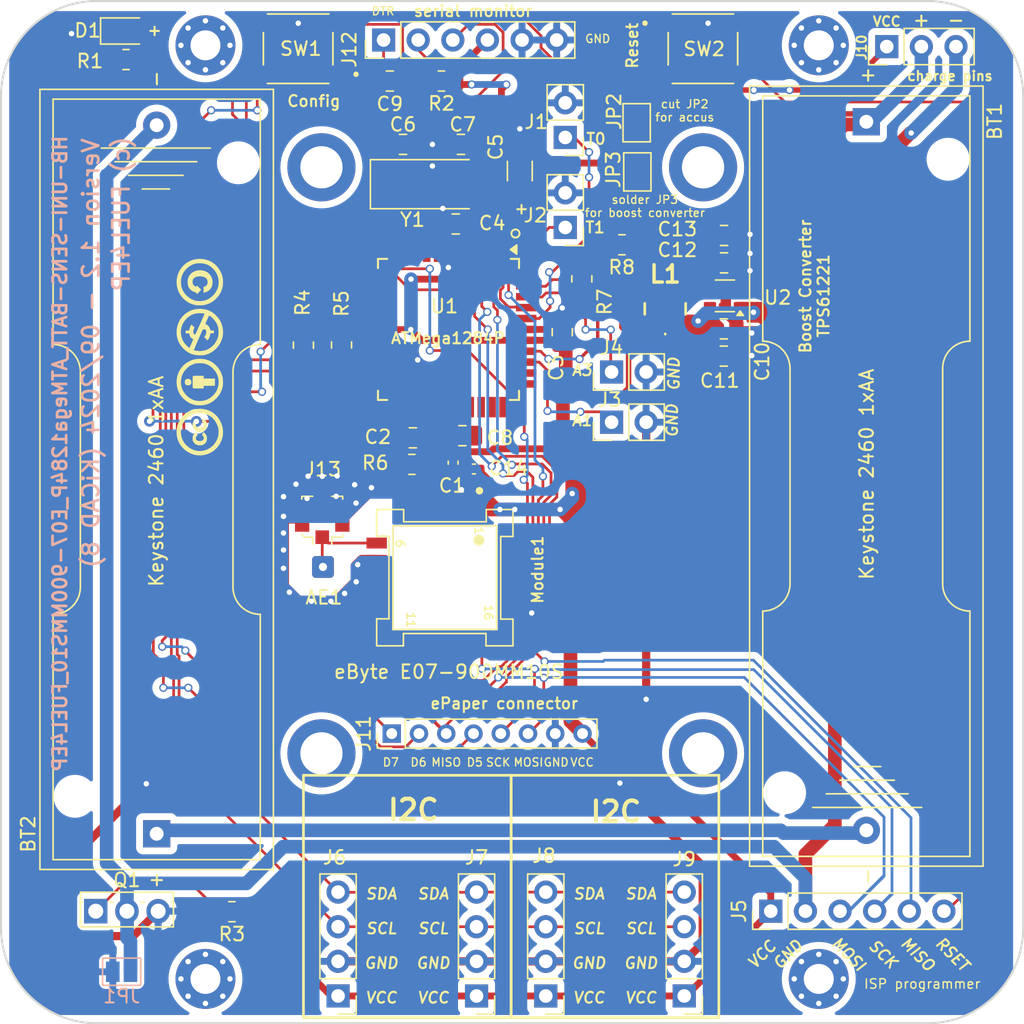
<source format=kicad_pcb>
(kicad_pcb (version 20240108) (generator "pcbnew") (generator_version "8.0")
  (title_block (title "HB-UNI-SEN-BATT_ATMega1284P_E07-868MS10_FUEL4EP") (date "2024-09-26") (rev "1.2") (company "FUEL4EP"))
  (layers (0 "F.Cu" signal) (31 "B.Cu" signal) (34 "B.Paste" user) (35 "F.Paste" user) (36 "B.SilkS" user "B.Silkscreen") (37 "F.SilkS" user "F.Silkscreen") (38 "B.Mask" user) (39 "F.Mask" user) (44 "Edge.Cuts" user))
  (net 0 "")
  (net 1 "GND")
  (net 2 "Net-(AE1-A)")
  (net 3 "/SS")
  (net 4 "/D2")
  (net 5 "/SCL")
  (net 6 "/SDA")
  (net 7 "/A0")
  (net 8 "/A1")
  (net 9 "/A2")
  (net 10 "/A3")
  (net 11 "/MOSI")
  (net 12 "/SCK")
  (net 13 "/MISO")
  (net 14 "Net-(U1-XTAL1)")
  (net 15 "VCC")
  (net 16 "Net-(U1-XTAL2)")
  (net 17 "/minusBAT")
  (net 18 "/plusBAT")
  (net 19 "Net-(U1-AREF)")
  (net 20 "/D5")
  (net 21 "/D6")
  (net 22 "/D7")
  (net 23 "/CONFIG")
  (net 24 "Net-(D1-A)")
  (net 25 "Net-(U2-L)")
  (net 27 "/DTR")
  (net 28 "/RSETB")
  (net 29 "/RXD0")
  (net 30 "/TXD0")
  (net 40 "Net-(Q1-G)")
  (net 41 "Net-(U1-PD4)")
  (net 43 "/Vout")
  (net 44 "/VAVCC")
  (net 45 "/PB1_T1")
  (net 46 "/PB0_T0")
  (net 47 "/conBAT")
  (footprint "LED_SMD:LED_0805_2012Metric_Pad1.15x1.40mm_HandSolder" (layer "F.Cu") (at 9.1635 -72.7995)
    (property "Reference" "D1")
    (property "Value" "LED red 3mm")
  )
  (footprint "Connector_PinHeader_2.54mm:PinHeader_1x04_P2.54mm_Vertical" (layer "F.Cu") (at 34.89 -1.997 180)
    (property "Reference" "J7")
    (property "Value" "Conn_01x04")
  )
  (footprint "Connector_PinHeader_2.54mm:PinHeader_1x02_P2.54mm_Vertical" (layer "F.Cu") (at 44.796 -44.0975 90)
    (property "Reference" "J3")
    (property "Value" "Conn_01x02")
  )
  (footprint "Connector_PinHeader_2.54mm:PinHeader_1x02_P2.54mm_Vertical" (layer "F.Cu") (at 44.796 -47.7805 90)
    (property "Reference" "J4")
    (property "Value" "Conn_01x02")
  )
  (footprint "Connector_PinHeader_2.54mm:PinHeader_1x06_P2.54mm_Vertical" (layer "F.Cu") (at 56.48 -8.22 90)
    (property "Reference" "J5")
    (property "Value" "ISP Programmer")
  )
  (footprint "Capacitor_SMD:C_0402_1005Metric" (layer "F.Cu") (at 33.1724 -41.1252 -90)
    (property "Reference" "C1")
    (property "Value" "10uF")
  )
  (footprint "Resistor_SMD:R_0805_2012Metric_Pad1.20x1.40mm_HandSolder" (layer "F.Cu") (at 22.19 -49.749 -90)
    (property "Reference" "R4")
    (property "Value" "10K")
  )
  (footprint "Resistor_SMD:R_0805_2012Metric_Pad1.20x1.40mm_HandSolder" (layer "F.Cu") (at 24.984 -49.765 -90)
    (property "Reference" "R5")
    (property "Value" "10K")
  )
  (footprint "Resistor_SMD:R_0805_2012Metric_Pad1.20x1.40mm_HandSolder" (layer "F.Cu") (at 9.1725 -70.704)
    (property "Reference" "R1")
    (property "Value" "470")
  )
  (footprint "Resistor_SMD:R_0805_2012Metric_Pad1.20x1.40mm_HandSolder" (layer "F.Cu") (at 16.9416 -8.1819 180)
    (property "Reference" "R3")
    (property "Value" "100K")
  )
  (footprint "Package_TO_SOT_THT:TO-251-3_Vertical" (layer "F.Cu") (at 6.95 -8.22)
    (property "Reference" "Q1")
    (property "Value" "IRLU024N")
  )
  (footprint "Connector_PinHeader_2.54mm:PinHeader_1x03_P2.54mm_Vertical" (layer "F.Cu") (at 64.989 -71.6565 90)
    (property "Reference" "J10")
    (property "Value" "charge")
  )
  (footprint "FUEL4EP:SolderJumper-2_P1.3mm_Open_Pad1.0x1.5mm" (layer "F.Cu") (at 8.85 -3.775 180)
    (property "Reference" "JP1")
    (property "Value" "NO")
  )
  (footprint "FUEL4EP:eByte_E07-900MM10S" (layer "F.Cu") (at 37.5628 -37.6898 -90)
    (property "Reference" "Module1")
    (property "Value" "E07-900MM10S")
  )
  (footprint "Jumper:SolderJumper-2_P1.3mm_Bridged_Pad1.0x1.5mm" (layer "F.Cu") (at 46.6375 -66.0685 -90)
    (property "Reference" "JP2")
    (property "Value" "cut for accus" (hide yes))
  )
  (footprint "Connector_PinHeader_2.54mm:PinHeader_1x04_P2.54mm_Vertical" (layer "F.Cu") (at 39.97 -1.997 180)
    (property "Reference" "J8")
    (property "Value" "Conn_01x04")
  )
  (footprint "FUEL4EP:MountingHole_2.2mm_M2_Pad_Via" (layer "F.Cu") (at 60 -71.75)
    (property "Reference" "H2" (hide yes))
    (property "Value" "MountingHole")
  )
  (footprint "FUEL4EP:MountingHole_2.2mm_M2_Pad_Via" (layer "F.Cu") (at 60 -3.25)
    (property "Reference" "H4" (hide yes))
    (property "Value" "MountingHole")
  )
  (footprint "FUEL4EP:MountingHole_2.2mm_M2_Pad_Via" (layer "F.Cu") (at 15 -71.75)
    (property "Reference" "H1" (hide yes))
    (property "Value" "MountingHole")
  )
  (footprint "FUEL4EP:MountingHole_2.2mm_M2_Pad_Via" (layer "F.Cu") (at 15 -3.25)
    (property "Reference" "H3" (hide yes))
    (property "Value" "MountingHole")
  )
  (footprint "FUEL4EP:BatteryHolder_Keystone_2460_1xAA" (layer "F.Cu") (at 11.42 -13.9 90)
    (property "Reference" "BT2")
    (property "Value" "AA")
  )
  (footprint "Capacitor_SMD:C_0805_2012Metric" (layer "F.Cu") (at 30.2189 -42.95 180)
    (property "Reference" "C2")
    (property "Value" "100n")
  )
  (footprint "Capacitor_SMD:C_0805_2012Metric" (layer "F.Cu") (at 33.366 -58.639 180)
    (property "Reference" "C4")
    (property "Value" "100n")
  )
  (footprint "Capacitor_SMD:C_0805_2012Metric" (layer "F.Cu") (at 29.4925 -64.481)
    (property "Reference" "C6")
    (property "Value" "22p")
  )
  (footprint "Capacitor_SMD:C_0805_2012Metric" (layer "F.Cu") (at 33.8511 -43.1069 180)
    (property "Reference" "C8")
    (property "Value" "100n")
  )
  (footprint "Connector_PinHeader_2.54mm:PinHeader_1x06_P2.54mm_Vertical" (layer "F.Cu") (at 28.0701 -72.1391 90)
    (property "Reference" "J12")
    (property "Value" "FTDI Debuger")
  )
  (footprint "Resistor_SMD:R_0805_2012Metric_Pad1.20x1.40mm_HandSolder" (layer "F.Cu") (at 32.3152 -69.1292 180)
    (property "Reference" "R2")
    (property "Value" "10k")
  )
  (footprint "Resistor_SMD:R_0805_2012Metric_Pad1.20x1.40mm_HandSolder" (layer "F.Cu") (at 30.1435 -41 180)
    (property "Reference" "R6")
    (property "Value" "22")
  )
  (footprint "FUEL4EP:Crystal_SMD_5032-2Pin_5.0x3.2mm_HandSoldering" (layer "F.Cu") (at 31.6515 -61.56)
    (property "Reference" "Y1")
    (property "Value" "8MHz")
  )
  (footprint "Capacitor_SMD:C_1206_3216Metric_Pad1.33x1.80mm_HandSolder" (layer "F.Cu") (at 38.065 -62.5248 90)
    (property "Reference" "C5")
    (property "Value" "10u")
  )
  (footprint "FUEL4EP:SW_TS-1187A-B-A-B" (layer "F.Cu") (at 51.5 -71.5)
    (property "Reference" "SW2")
    (property "Value" "Reset button")
  )
  (footprint "FUEL4EP:SW_TS-1187A-B-A-B" (layer "F.Cu") (at 21.8 -71.5 180)
    (property "Reference" "SW1")
    (property "Value" "Config button")
  )
  (footprint "FUEL4EP:BatteryHolder_Keystone_2460_1xAA" (layer "F.Cu") (at 63.49 -66.14 -90)
    (property "Reference" "BT1")
    (property "Value" "AA")
  )
  (footprint "FUEL4EP:CC-BY-ND-SA" (layer "F.Cu") (at 14.57 -48.86 90)
    (property "Reference" "LOGO1" (hide yes))
    (property "Value" "Logo_Open_Hardware_Small" (hide yes))
  )
  (footprint "FUEL4EP:PinPads_1x08_P2.00mm_Vertical" (layer "F.Cu") (at 28.667 -21.25 90)
    (property "Reference" "J11")
    (property "Value" "ePaper connector")
  )
  (footprint "Capacitor_SMD:C_0805_2012Metric" (layer "F.Cu") (at 53.03068 -48.94636)
    (property "Reference" "C11")
    (property "Value" "10u")
  )
  (footprint "Capacitor_SMD:C_0805_2012Metric" (layer "F.Cu") (at 53.051 -55.78912)
    (property "Reference" "C12")
    (property "Value" "10u")
  )
  (footprint "Capacitor_SMD:C_0805_2012Metric" (layer "F.Cu") (at 53.051 -57.79572)
    (property "Reference" "C13")
    (property "Value" "10u")
  )
  (footprint "Jumper:SolderJumper-2_P1.3mm_Open_Pad1.0x1.5mm" (layer "F.Cu") (at 46.6883 -62.4617 90)
    (property "Reference" "JP3")
    (property "Value" "step-up supply")
  )
  (footprint "FUEL4EP:FUEL4EP_Inductor_SMD_1" (layer "F.Cu") (at 48.733 -52.416 90)
    (property "Reference" "L1")
    (property "Value" "4.7u" (hide yes))
  )
  (footprint "Package_TO_SOT_SMD:Texas_R-PDSO-G6" (layer "F.Cu") (at 53.1145 -53.3685 180)
    (property "Reference" "U2")
    (property "Value" "TPS61221DCK")
  )
  (footprint "Resistor_SMD:R_0805_2012Metric_Pad1.20x1.40mm_HandSolder" (layer "F.Cu") (at 45.558 -57.115 180)
    (property "Reference" "R8")
    (property "Value" "47k")
  )
  (footprint "Resistor_SMD:R_0805_2012Metric_Pad1.20x1.40mm_HandSolder" (layer "F.Cu") (at 42.61668 -54.61564 90)
    (property "Reference" "R7")
    (property "Value" "100k")
  )
  (footprint "Connector_PinHeader_2.54mm:PinHeader_1x02_P2.54mm_Vertical" (layer "F.Cu") (at 41.4 -64.989 180)
    (property "Reference" "J1")
    (property "Value" "Conn_01x02")
  )
  (footprint "Connector_PinHeader_2.54mm:PinHeader_1x04_P2.54mm_Vertical" (layer "F.Cu") (at 24.73 -2 180)
    (property "Reference" "J6")
    (property "Value" "Conn_01x04")
  )
  (footprint "Capacitor_SMD:C_0805_2012Metric" (layer "F.Cu") (at 53.03068 -50.9428)
    (property "Reference" "C10")
    (property "Value" "10u")
  )
  (footprint "Capacitor_SMD:C_0805_2012Metric" (layer "F.Cu") (at 28.5248 -69.1292 180)
    (property "Reference" "C9")
    (property "Value" "100n")
  )
  (footprint "Capacitor_SMD:C_0805_2012Metric" (layer "F.Cu") (at 33.747 -64.481 180)
    (property "Reference" "C7")
    (property "Value" "22p")
  )
  (footprint "Package_QFP:TQFP-44_10x10mm_P0.8mm" (layer "F.Cu") (at 32.8326 -50.9047 -90)
    (property "Reference" "U1")
    (property "Value" "ATmega1284P-AU")
  )
  (footprint "Capacitor_SMD:C_0805_2012Metric" (layer "F.Cu") (at 41.1765 -50.7015 90)
    (property "Reference" "C3")
    (property "Value" "100n")
  )
  (footprint "Connector_PinHeader_2.54mm:PinHeader_1x02_P2.54mm_Vertical" (layer "F.Cu") (at 41.4 -58.385 180)
    (property "Reference" "J2")
    (property "Value" "Conn_01x02")
  )
  (footprint "Connector_PinHeader_2.54mm:PinHeader_1x04_P2.54mm_Vertical" (layer "F.Cu") (at 50.13 -2 180)
    (property "Reference" "J9")
    (property "Value" "Conn_01x04")
  )
  (footprint "FUEL4EP:ePaper_MountingHole_M5" (layer "F.Cu") (at 23.5108 -62.8)
    (property "Reference" "H5" (hide yes))
    (property "Value" "MountingHole")
  )
  (footprint "FUEL4EP:ePaper_MountingHole_M5" (layer "F.Cu") (at 23.5108 -19.8)
    (property "Reference" "H6" (hide yes))
    (property "Value" "MountingHole")
  )
  (footprint "FUEL4EP:ePaper_MountingHole_M5" (layer "F.Cu") (at 51.5108 -62.8)
    (property "Reference" "H7" (hide yes))
    (property "Value" "MountingHole")
  )
  (footprint "FUEL4EP:ePaper_MountingHole_M5" (layer "F.Cu") (at 51.5108 -19.8)
    (property "Reference" "H8" (hide yes))
    (property "Value" "MountingHole")
  )
  (footprint "Capacitor_SMD:C_0402_1005Metric" (layer "F.Cu") (at 34.699 -40.6654 180)
    (property "Reference" "C14")
    (property "Value" "100n")
  )
  (footprint "FUEL4EP:SolderWire-0.1sqmm_1x01_D0.4mm_OD1mm" (layer "F.Cu") (at 23.622 -33.4772)
    (property "Reference" "AE1")
    (property "Value" "Antenna")
  )
  (footprint "FUEL4EP:U.FL_Molex_MCRF_73412-0110_Vertical" (layer "F.Cu") (at 23.5696 -37.1602)
    (property "Reference" "J13")
    (property "Value" "U.FL connector")
  )
  (gr_line (start 37.43 -0.4095) (end 37.43 -18.1895) (stroke (width 0.2)) (layer "F.SilkS"))
  (gr_line (start 22.19 -0.4095) (end 37.43 -0.4095) (stroke (width 0.2)) (layer "F.SilkS"))
  (gr_line (start 22.19 -18.1895) (end 22.19 -0.4095) (stroke (width 0.2)) (layer "F.SilkS"))
  (gr_line (start 37.43 -18.1895) (end 22.19 -18.1895) (stroke (width 0.2)) (layer "F.SilkS"))
  (gr_line (start 37.43 -0.4095) (end 52.67 -0.4095) (stroke (width 0.2)) (layer "F.SilkS"))
  (gr_circle (center 37.7475 -57.9405) (end 38.0475 -57.9405) (stroke (width 0.14)) (fill none) (layer "F.SilkS"))
  (gr_line (start 37.43 -18.1895) (end 37.43 -0.4095) (stroke (width 0.2)) (layer "F.SilkS"))
  (gr_line (start 52.67 -0.4095) (end 52.67 -18.1895) (stroke (width 0.2)) (layer "F.SilkS"))
  (gr_circle (center 35.1028 -39.0652) (end 35.3028 -39.0652) (stroke (width 0.1524)) (fill solid) (layer "F.SilkS"))
  (gr_line (start 52.67 -18.1895) (end 37.43 -18.1895) (stroke (width 0.2)) (layer "F.SilkS"))
  (gr_arc (start 75 -7) (mid 72.949747 -2.050253) (end 68 0) (stroke (width 0.15)) (layer "Edge.Cuts"))
  (gr_line (start 7 0) (end 68 0) (stroke (width 0.15)) (layer "Edge.Cuts"))
  (gr_line (start 23.25 -75) (end 41.5 -75) (stroke (width 0.15)) (layer "Edge.Cuts"))
  (gr_line (start 41.5 -75) (end 68 -75) (stroke (width 0.15)) (layer "Edge.Cuts"))
  (gr_arc (start 68 -75) (mid 72.949747 -72.949747) (end 75 -68) (stroke (width 0.15)) (layer "Edge.Cuts"))
  (gr_arc (start 7 0) (mid 2.050253 -2.050253) (end 0 -7) (stroke (width 0.15)) (layer "Edge.Cuts"))
  (gr_line (start 7 -75) (end 23 -75) (stroke (width 0.15)) (layer "Edge.Cuts"))
  (gr_arc (start 0 -68) (mid 2.050253 -72.949747) (end 7 -75) (stroke (width 0.15)) (layer "Edge.Cuts"))
  (gr_line (start 0 -68) (end 0 -7) (stroke (width 0.15)) (layer "Edge.Cuts"))
  (gr_line (start 75 -7) (end 75 -68) (stroke (width 0.15)) (layer "Edge.Cuts"))
  (gr_line (start 23 -75) (end 23.25 -75) (stroke (width 0.15)) (layer "Edge.Cuts"))
  (gr_text "Version 1.2 - 09/2024 (KiCAD 8)\n" (at 6.5913 -65.0367 90) (layer "B.SilkS") (effects (font (size 1.2 1.2) (thickness 0.2)) (justify left mirror)))
  (gr_text "HB-UNI-SENS-BATT_ATMega1284P_E07-900MMS10_FUEL4EP\n\n" (at 5.1308 -65.2272 90) (layer "B.SilkS") (effects (font (size 1 1) (thickness 0.2)) (justify left mirror)))
  (gr_text "(c) FUEL4EP\n" (at 8.8138 -65.1637 90) (layer "B.SilkS") (effects (font (size 1.2 1.2) (thickness 0.2)) (justify left mirror)))
  (gr_text "VCC" (at 31.715 -1.87 0) (layer "F.SilkS") (effects (font (size 0.8 0.8) (thickness 0.15) (italic yes))))
  (gr_text "GND" (at 31.715 -4.41 0) (layer "F.SilkS") (effects (font (size 0.8 0.8) (thickness 0.15) (italic yes))))
  (gr_text "SCL" (at 31.715 -6.95 0) (layer "F.SilkS") (effects (font (size 0.8 0.8) (thickness 0.15) (italic yes))))
  (gr_text "SDA" (at 31.715 -9.49 0) (layer "F.SilkS") (effects (font (size 0.8 0.8) (thickness 0.15) (italic yes))))
  (gr_text "SDA" (at 43.145 -9.49 0) (layer "F.SilkS") (effects (font (size 0.8 0.8) (thickness 0.15) (italic yes))))
  (gr_text "SCL" (at 43.145 -6.95 0) (layer "F.SilkS") (effects (font (size 0.8 0.8) (thickness 0.15) (italic yes))))
  (gr_text "GND" (at 43.145 -4.41 0) (layer "F.SilkS") (effects (font (size 0.8 0.8) (thickness 0.15) (italic yes))))
  (gr_text "solder JP3\nfor boost converter" (at 47.244 -59.944 0) (layer "F.SilkS") (effects (font (size 0.6 0.6) (thickness 0.1))))
  (gr_text "GND" (at 57.75 -5.045 45) (layer "F.SilkS") (effects (font (size 0.8 0.8) (thickness 0.15) (italic yes))))
  (gr_text "MOSI" (at 38.7 -19.142 0) (layer "F.SilkS") (effects (font (size 0.6 0.6) (thickness 0.1))))
  (gr_text "VCC" (at 43.145 -1.87 0) (layer "F.SilkS") (effects (font (size 0.8 0.8) (thickness 0.15) (italic yes))))
  (gr_text "SCK" (at 64.735 -5.045 315) (layer "F.SilkS") (effects (font (size 0.8 0.8) (thickness 0.15) (italic yes))))
  (gr_text "Config\n" (at 22.952 -67.656 0) (layer "F.SilkS") (effects (font (size 0.8128 0.8128) (thickness 0.1524))))
  (gr_text "MISO" (at 67.275 -5.045 315) (layer "F.SilkS") (effects (font (size 0.8 0.8) (thickness 0.15) (italic yes))))
  (gr_text "D5" (at 34.763 -19.142 0) (layer "F.SilkS") (effects (font (size 0.6 0.6) (thickness 0.1))))
  (gr_text "TPS61221" (at 60.3535 -53.3685 90) (layer "F.SilkS") (effects (font (size 0.8128 0.8128) (thickness 0.1524))))
  (gr_text "SCL" (at 27.905 -6.95 0) (layer "F.SilkS") (effects (font (size 0.8 0.8) (thickness 0.15) (italic yes))))
  (gr_text "ATMega1284P" (at 32.7945 -50.257 0) (layer "F.SilkS") (effects (font (size 0.8128 0.8128) (thickness 0.1524))))
  (gr_text "VCC" (at 55.845 -5.045 45) (layer "F.SilkS") (effects (font (size 0.8 0.8) (thickness 0.15) (italic yes))))
  (gr_text "SCL" (at 46.955 -6.95 0) (layer "F.SilkS") (effects (font (size 0.8 0.8) (thickness 0.15) (italic yes))))
  (gr_text "VCC" (at 27.905 -1.87 0) (layer "F.SilkS") (effects (font (size 0.8 0.8) (thickness 0.15) (italic yes))))
  (gr_text "I2C" (at 30.2545 -15.6495 0) (layer "F.SilkS") (effects (font (size 1.5 1.5) (thickness 0.3))))
  (gr_text "D7" (at 28.6035 -19.142 0) (layer "F.SilkS") (effects (font (size 0.6 0.6) (thickness 0.1))))
  (gr_text "GND" (at 40.732 -19.142 0) (layer "F.SilkS") (effects (font (size 0.6 0.6) (thickness 0.1))))
  (gr_text "SCK" (at 36.4775 -19.142 0) (layer "F.SilkS") (effects (font (size 0.6 0.6) (thickness 0.1))))
  (gr_text "GND" (at 27.905 -4.41 0) (layer "F.SilkS") (effects (font (size 0.8 0.8) (thickness 0.15) (italic yes))))
  (gr_text "VCC" (at 42.637 -19.142 0) (layer "F.SilkS") (effects (font (size 0.6 0.6) (thickness 0.1))))
  (gr_text "T1\n" (at 43.5895 -58.385 0) (layer "F.SilkS") (effects (font (size 0.8128 0.8128) (thickness 0.1524))))
  (gr_text "SDA" (at 46.955 -9.49 0) (layer "F.SilkS") (effects (font (size 0.8 0.8) (thickness 0.15) (italic yes))))
  (gr_text "DTR" (at 28.032 -74.26 0) (layer "F.SilkS") (effects (font (size 0.6 0.6) (thickness 0.1))))
  (gr_text "GND" (at 46.955 -4.41 0) (layer "F.SilkS") (effects (font (size 0.8 0.8) (thickness 0.15) (italic yes))))
  (gr_text "VCC" (at 46.955 -1.87 0) (layer "F.SilkS") (effects (font (size 0.8 0.8) (thickness 0.15) (italic yes))))
  (gr_text "Reset" (at 46.32 -71.72 90) (layer "F.SilkS") (effects (font (size 0.8128 0.8128) (thickness 0.1524))))
  (gr_text "GND" (at 49.368 -47.6535 90) (layer "F.SilkS") (effects (font (size 0.8 0.8) (thickness 0.15) (italic yes))))
  (gr_text "VCC" (at 64.989 -73.498 0) (layer "F.SilkS") (effects (font (size 0.7 0.7))))
  (gr_text "MOSI" (at 62.195 -5.045 315) (layer "F.SilkS") (effects (font (size 0.8 0.8) (thickness 0.15) (italic yes))))
  (gr_text "charge pins" (at 69.6245 -69.4975 0) (layer "F.SilkS") (effects (font (size 0.7 0.7))))
  (gr_text "ePaper connector" (at 36.922 -23.46 0) (layer "F.SilkS") (effects (font (size 0.8128 0.8128) (thickness 0.1524))))
  (gr_text "ISP programmer" (at 67.5925 -2.886 0) (layer "F.SilkS") (effects (font (size 0.7 0.7) (thickness 0.1))))
  (gr_text "MISO" (at 32.6675 -19.142 0) (layer "F.SilkS") (effects (font (size 0.6 0.6) (thickness 0.1))))
  (gr_text "RSET" (at 69.815 -5.045 315) (layer "F.SilkS") (effects (font (size 0.8 0.8) (thickness 0.15) (italic yes))))
  (gr_text "D6" (at 30.6355 -19.142 0) (layer "F.SilkS") (effects (font (size 0.6 0.6) (thickness 0.1))))
  (gr_text "A3" (at 42.637 -47.9075 0) (layer "F.SilkS") (effects (font (size 0.8 0.8) (thickness 0.15) (italic yes))))
  (gr_text "-\n" (at 70.069 -73.625 0) (layer "F.SilkS") (effects (font (size 1 1))))
  (gr_text "A1" (at 42.637 -44.2245 0) (layer "F.SilkS") (effects (font (size 0.8 0.8) (thickness 0.15) (italic yes))))
  (gr_text "serial monitor" (at 34.636 -74.26 0) (layer "F.SilkS") (effects (font (size 0.8128 0.8128) (thickness 0.1524))))
  (gr_text "cut JP2\nfor accus" (at 50.165 -66.9544 0) (layer "F.SilkS") (effects (font (size 0.6 0.6) (thickness 0.1))))
  (gr_text "GND" (at 43.78 -72.228 0) (layer "F.SilkS") (effects (font (size 0.6 0.6) (thickness 0.1))))
  (gr_text "SDA" (at 27.905 -9.49 0) (layer "F.SilkS") (effects (font (size 0.8 0.8) (thickness 0.15) (italic yes))))
  (gr_text "+\n" (at 67.529 -73.625 0) (layer "F.SilkS") (effects (font (size 1 1))))
  (gr_text "+" (at 38.192 -59.782 0) (layer "F.SilkS") (effects (font (size 0.8128 0.8128) (thickness 0.1524))))
  (gr_text "I2C" (at 45.1135 -15.5225 0) (layer "F.SilkS") (effects (font (size 1.5 1.5) (thickness 0.3))))
  (gr_text "+" (at 11.268 -72.863 0) (layer "F.SilkS") (effects (font (size 0.8128 0.8128) (thickness 0.1524))))
  (gr_text "GND" (at 49.241 -44.2245 90) (layer "F.SilkS") (effects (font (size 0.8 0.8) (thickness 0.15) (italic yes))))
  (gr_text "T0\n\n" (at 43.653 -64.227 0) (layer "F.SilkS") (effects (font (size 0.8128 0.8128) (thickness 0.1524))))
  (gr_text "Boost Converter" (at 59.02 -54.067 90) (layer "F.SilkS") (effects (font (size 0.8128 0.8128) (thickness 0.1524))))
  (segment (start 54.448 -50.638) (end 54.194 -50.892) (width 0.5) (layer "F.Cu") (net 1))
  (segment (start 33.1724 -40.6452) (end 33.2916 -40.6452) (width 0.6) (layer "F.Cu") (net 1))
  (segment (start 22.2234 -40.1304) (end 22.5282 -40.1304) (width 1) (layer "F.Cu") (net 1))
  (segment (start 8.1385 -72.7995) (end 5.3625 -72.7995) (width 0.5) (layer "F.Cu") (net 1))
  (segment (start 26.0477 -38.1635) (end 26.5684 -38.6842) (width 1) (layer "F.Cu") (net 1))
  (segment (start 55.083 -50.638) (end 54.448 -50.638) (width 0.5) (layer "F.Cu") (net 1))
  (segment (start 18.7963 -73.375) (end 21.813 -73.375) (width 0.5) (layer "F.Cu") (net 1))
  (segment (start 20.7264 -35.9664) (end 20.7264 -37.1856) (width 0.8) (layer "F.Cu") (net 1))
  (segment (start 30.56315 -48.67835) (end 30.572 -48.6695) (width 0.5) (layer "F.Cu") (net 1))
  (segment (start 26.4828 -33.9598) (end 26.17 -33.647) (width 0.8) (layer "F.Cu") (net 1))
  (segment (start 32.8326 -46.4547) (end 30.56315 -48.72415) (width 0.5) (layer "F.Cu") (net 1))
  (segment (start 54.5 -73.375) (end 51.8786 -73.375) (width 0.5) (layer "F.Cu") (net 1))
  (segment (start 38.065 -64.0873) (end 38.065 -65.624) (width 0.5) (layer "F.Cu") (net 1))
  (segment (start 33.8328 -39.0906) (end 33.8328 -40.104) (width 0.6) (layer "F.Cu") (net 1))
  (segment (start 21.1582 -31.623) (end 20.7264 -32.0548) (width 0.8) (layer "F.Cu") (net 1))
  (segment (start 33.8328 -39.0906) (end 33.782 -39.1414) (width 1) (layer "F.Cu") (net 1))
  (segment (start 32.8326 -45.2047) (end 32.8326 -46.4547) (width 0.5) (layer "F.Cu") (net 1))
  (segment (start 33.1926 -40.6654) (end 33.1724 -40.6452) (width 0.6) (layer "F.Cu") (net 1))
  (segment (start 24.73 -4.54) (end 34.887 -4.54) (width 0.6) (layer "F.Cu") (net 1))
  (segment (start 30.56315 -48.72415) (end 30.56315 -48.67835) (width 0.5) (layer "F.Cu") (net 1))
  (segment (start 40.5542 -50.9047) (end 41.1765 -51.527) (width 0.5) (layer "F.Cu") (net 1))
  (segment (start 51.48 -5.89) (end 51.48 -11.5436) (width 0.6) (layer "F.Cu") (net 1))
  (segment (start 54.001 -55.78912) (end 54.001 -54.26) (width 0.5) (layer "F.Cu") (net 1))
  (segment (start 54.956 -57.877) (end 53.94 -57.877) (width 0.5) (layer "F.Cu") (net 1))
  (segment (start 31.588 -64.481) (end 31.6515 -64.481) (width 0.5) (layer "F.Cu") (net 1))
  (segment (start 30.56315 -48.72415) (end 29.1826 -50.1047) (width 0.5) (layer "F.Cu") (net 1))
  (segment (start 33.8328 -37.6898) (end 33.8328 -39.0906) (width 1) (layer "F.Cu") (net 1))
  (segment (start 21.8186 -30.9626) (end 21.1582 -31.623) (width 0.8) (layer "F.Cu") (net 1))
  (segment (start 32.8326 -56.6047) (end 32.8326 -58.2199) (width 0.5) (layer "F.Cu") (net 1))
  (segment (start 5.3625 -72.7995) (end 5.172 -72.609) (width 0.5) (layer "F.Cu") (net 1))
  (segment (start 22.4536 -38.5064) (end 22.0946 -38.1474) (width 1) (layer "F.Cu") (net 1))
  (segment (start 54.001 -57.79572) (end 54.001 -55.784) (width 0.5) (layer "F.Cu") (net 1))
  (segment (start 24.6634 -40.1574) (end 25.2984 -40.1574) (width 1) (layer "F.Cu") (net 1))
  (segment (start 29.1826 -50.1047) (end 27.1326 -50.1047) (width 0.5) (layer "F.Cu") (net 1))
  (segment (start 11.53 -8.22) (end 9.7012 -6.3912) (width 0.6) (layer "F.Cu") (net 1))
  (segment (start 54.23228 -54.02104) (end 53.58228 -54.02104) (width 0.2) (layer "F.Cu") (net 1))
  (segment (start 33.2916 -40.6452) (end 33.8328 -40.104) (width 0.6) (layer "F.Cu") (net 1))
  (segment (start 34.89 -4.537) (end 39.97 -4.537) (width 0.6) (layer "F.Cu") (net 1))
  (segment (start 54.956 -56.48) (end 54.321 -55.845) (width 0.5) (layer "F.Cu") (net 1))
  (segment (start 25.0446 -38.2014) (end 24.5858 -38.6602) (width 1) (layer "F.Cu") (net 1))
  (segment (start 51.48 -11.5436) (end 45.4056 -17.618) (width 0.6) (layer "F.Cu") (net 1))
  (segment (start 20.7264 -33.3756) (end 20.7264 -34.7218) (width 0.8) (layer "F.Cu") (net 1))
  (segment (start 53.58228 -54.02104) (end 52.924 -53.36276) (width 0.2) (layer "F.Cu") (net 1))
  (segment (start 22.5282 -40.1304) (end 23.5696 -40.1304) (width 1) (layer "F.Cu") (net 1))
  (segment (start 22.6074 -38.6602) (end 22.4536 -38.5064) (width 1) (layer "F.Cu") (net 1))
  (segment (start 31.6515 -64.481) (end 31.6515 -62.8935) (width 0.5) (layer "F.Cu") (net 1))
  (segment (start 31.588 -64.481) (end 32.7945 -64.481) (width 0.5) (layer "F.Cu") (net 1))
  (segment (start 38.5326 -50.9047) (end 40.5542 -50.9047) (width 0.5) (layer "F.Cu") (net 1))
  (segment (start 34.219 -40.6654) (end 34.219 -40.4902) (width 0.6) (layer "F.Cu") (net 1))
  (segment (start 20.7264 -32.0548) (end 20.7264 -33.3756) (width 0.8) (layer "F.Cu") (net 1))
  (segment (start 26.5684 -38.8874) (end 26.5684 -38.6842) (width 1) (layer "F.Cu") (net 1))
  (segment (start 38.8874 -30.1498) (end 38.9382 -30.099) (width 1) (layer "F.Cu") (net 1))
  (segment (start 55.083 -48.987) (end 54.067 -48.987) (width 0.5) (layer "F.Cu") (net 1))
  (segment (start 25.0446 -37.1604) (end 26.0477 -38.1635) (width 1) (layer "F.Cu") (net 1))
  (segment (start 4.5116 -6.3912) (end 4.5116 -11.4204) (width 0.6) (layer "F.Cu") (net 1))
  (segment (start 34.219 -40.6654) (end 33.1926 -40.6654) (width 0.6) (layer "F.Cu") (net 1))
  (segment (start 21.813 -73.375) (end 21.809 -73.371) (width 0.5) (layer "F.Cu") (net 1))
  (segment (start 32.8326 -56.6047) (end 32.8326 -55.457876) (width 0.5) (layer "F.Cu") (net 1))
  (segment (start 52.924 -52.035) (end 54.067 -50.892) (width 0.2) (layer "F.Cu") (net 1))
  (segment (start 4.5116 -11.4204) (end 10.6584 -17.5672) (width 0.6) (layer "F.Cu") (net 1))
  (segment (start 54.956 -55.21) (end 54.321 -55.845) (width 0.5) (layer "F.Cu") (net 1))
  (segment (start 22.0946 -37.1602) (end 20.7518 -37.1602) (width 1) (layer "F.Cu") (net 1))
  (segment (start 51.8786 -73.375) (end 48.4322 -73.375) (width 0.5) (layer "F.Cu") (net 1))
  (segment (start 20.7264 -34.7218) (end 20.7264 -35.9664) (width 0.8) (layer "F.Cu") (net 1))
  (segment (start 21.6408 -39.5478) (end 22.2234 -40.1304) (width 1) (layer "F.Cu") (net 1))
  (segment (start 26.0604 -33.5374) (end 26.0604 -32.385) (width 0.8) (layer "F.Cu") (net 1))
  (segment (start 30.4425 -64.481) (end 31.588 -64.481) (width 0.5) (layer "F.Cu") (net 1))
  (segment (start 52.924 -53.36276) (end 52.924 -52.035) (width 0.2) (layer "F.Cu") (net 1))
  (segment (start 25.2095 -31.5341) (end 24.638 -30.9626) (width 0.8) (layer "F.Cu") (net 1))
  (segment (start 47.336 -44.0975) (end 47.336 -23.7648) (width 0.6) (layer "F.Cu") (net 1))
  (segment (start 27.5628 -33.9598) (end 26.4828 -33.9598) (width 0.8) (layer "F.Cu") (net 1))
  (segment (start 37.5628 -30.1498) (end 38.8874 -30.1498) (width 1) (layer "F.Cu") (net 1))
  (segment (start 41.1765 -51.6515) (end 41.1765 -52.4795) (width 0.5) (layer "F.Cu") (net 1))
  (segment (start 24.638 -30.9626) (end 24.2062 -30.9626) (width 0.8) (layer "F.Cu") (net 1))
  (segment (start 39.97 -4.537) (end 50.127 -4.537) (width 0.6) (layer "F.Cu") (net 1))
  (segment (start 32.9011 -43.1069) (end 32.9011 -45.0069) (width 0.5) (layer "F.Cu") (net 1))
  (segment (start 24.2062 -30.9626) (end 22.7838 -30.9626) (width 0.8) (layer "F.Cu") (net 1))
  (segment (start 32.416 -58.639) (end 32.416 -59.7795) (width 0.5) (layer "F.Cu") (net 1))
  (segment (start 22.0946 -38.1474) (end 22.0946 -37.1602) (width 1) (layer "F.Cu") (net 1))
  (segment (start 25.0446 -37.1602) (end 25.0446 -38.2014) (width 1) (layer "F.Cu") (net 1))
  (segment (start 20.7518 -37.1602) (end 20.7264 -37.1856) (width 1) (layer "F.Cu") (net 1))
  (segment (start 50.13 -4.54) (end 51.48 -5.89) (width 0.6) (layer "F.Cu") (net 1))
  (segment (start 24.5858 -38.6602) (end 23.5696 -38.6602) (width 1) (layer "F.Cu") (net 1))
  (segment (start 23.5966 -40.1574) (end 24.6634 -40.1574) (width 1) (layer "F.Cu") (net 1))
  (segment (start 25.9461 -39.5097) (end 26.5684 -38.8874) (width 1) (layer "F.Cu") (net 1))
  (segment (start 32.9011 -43.1069) (end 31.3594 -43.1069) (width 0.5) (layer "F.Cu") (net 1))
  (segment (start 21.813 -73.375) (end 24.853 -73.375) (width 0.5) (layer "F.Cu") (net 1))
  (segment (start 34.219 -40.4902) (end 33.8328 -40.104) (width 0.6) (layer "F.Cu") (net 1))
  (segment (start 20.7264 -38.6334) (end 21.6408 -39.5478) (width 1) (layer "F.Cu") (net 1))
  (segment (start 9.7012 -6.3912) (end 4.5116 -6.3912) (width 0.6) (layer "F.Cu") (net 1))
  (segment (start 26.17 -33.647) (end 26.0604 -33.5374) (width 0.8) (layer "F.Cu") (net 1))
  (segment (start 26.0604 -32.385) (end 25.2095 -31.5341) (width 0.8) (layer "F.Cu") (net 1))
  (segment (start 23.5696 -38.6602) (end 22.6074 -38.6602) (width 1) (layer "F.Cu") (net 1))
  (segment (start 23.5696 -38.6602) (end 23.5696 -40.1304) (width 1) (layer "F.Cu") (net 1))
  (segment (start 22.7838 -30.9626) (end 21.8186 -30.9626) (width 0.8) (layer "F.Cu") (net 1))
  (segment (start 33.8074 -39.116) (end 33.782 -39.1414) (width 0.2) (layer "F.Cu") (net 1))
  (segment (start 23.5696 -40.1304) (end 23.5966 -40.1574) (width 1) (layer "F.Cu") (net 1))
  (segment (start 54.2702 -50.8412) (end 54.33116 -50.78024) (width 0.4) (layer "F.Cu") (net 1))
  (segment (start 25.2984 -40.1574) (end 25.9461 -39.5097) (width 1) (layer "F.Cu") (net 1))
  (segment (start 20.7264 -37.1856) (end 20.7264 -38.6334) (width 1) (layer "F.Cu") (net 1))
  (segment (start 26.5684 -38.6842) (end 27.178 -39.2938) (width 1) (layer "F.Cu") (net 1))
  (segment (start 32.8326 -55.457876) (end 32.822962 -55.448238) (width 0.5) (layer "F.Cu") (net 1))
  (segment (start 33.1698 -40.4368) (end 33.147 -40.414) (width 0.6) (layer "F.Cu") (net 1))
  (segment (start 32.8326 -58.2199) (end 32.477 -58.5755) (width 0.5) (layer "F.Cu") (net 1))
  (via (at 54.956 -55.21) (size 1) (drill 0.4) (layers "F.Cu" "B.Cu") (net 1))
  (via (at 47.336 -23.7648) (size 0.8) (drill 0.4) (layers "F.Cu" "B.Cu") (net 1))
  (via (at 41.1765 -52.4795) (size 0.6) (drill 0.4) (layers "F.Cu" "B.Cu") (net 1))
  (via (at 33.782 -39.1414) (size 0.6) (drill 0.4) (layers "F.Cu" "B.Cu") (net 1))
  (via (at 30.572 -48.6695) (size 0.6) (drill 0.4) (layers "F.Cu" "B.Cu") (net 1))
  (via (at 32.822962 -55.448238) (size 0.6) (drill 0.4) (layers "F.Cu" "B.Cu") (net 1))
  (via (at 21.1582 -31.623) (size 0.6) (drill 0.4) (layers "F.Cu" "B.Cu") (net 1))
  (via (at 55.083 -48.987) (size 1) (drill 0.4) (layers "F.Cu" "B.Cu") (net 1))
  (via (at 55.083 -50.638) (size 1) (drill 0.4) (layers "F.Cu" "B.Cu") (net 1))
  (via (at 10.6584 -17.5672) (size 0.8) (drill 0.4) (layers "F.Cu" "B.Cu") (net 1))
  (via (at 20.7264 -38.6334) (size 0.6) (drill 0.4) (layers "F.Cu" "B.Cu") (net 1))
  (via (at 25.9461 -39.5097) (size 0.6) (drill 0.4) (layers "F.Cu" "B.Cu") (net 1))
  (via (at 45.4056 -17.618) (size 0.8) (drill 0.4) (layers "F.Cu" "B.Cu") (net 1))
  (via (at 31.6515 -62.8935) (size 0.6) (drill 0.4) (layers "F.Cu" "B.Cu") (net 1))
  (via (at 5.172 -72.609) (size 0.6) (drill 0.4) (layers "F.Cu" "B.Cu") (net 1))
  (via (at 20.7264 -33.3756) (size 0.6) (drill 0.4) (layers "F.Cu" "B.Cu") (net 1))
  (via (at 54.956 -56.48) (size 1) (drill 0.4) (layers "F.Cu" "B.Cu") (net 1))
  (via (at 20.7264 -34.7218) (size 0.6) (drill 0.4) (layers "F.Cu" "B.Cu") (net 1))
  (via (at 23.5696 -40.1304) (size 0.6) (drill 0.4) (layers "F.Cu" "B.Cu") (net 1))
  (via (at 27.178 -39.2938) (size 0.6) (drill 0.4) (layers "F.Cu" "B.Cu") (net 1))
  (via (at 24.2062 -30.9626) (size 0.6) (drill 0.4) (layers "F.Cu" "B.Cu") (net 1))
  (via (at 32.416 -59.7795) (size 0.6) (drill 0.4) (layers "F.Cu" "B.Cu") (net 1))
  (via (at 21.6408 -39.5478) (size 0.6) (drill 0.4) (layers "F.Cu" "B.Cu") (net 1))
  (via (at 51.8786 -73.375) (size 0.6) (drill 0.4) (layers "F.Cu" "B.Cu") (net 1))
  (via (at 24.5858 -38.6602) (size 0.6) (drill 0.4) (layers "F.Cu" "B.Cu") (net 1))
  (via (at 20.7264 -35.9664) (size 0.6) (drill 0.4) (layers "F.Cu" "B.Cu") (net 1))
  (via (at 31.6515 -64.481) (size 0.6) (drill 0.4) (layers "F.Cu" "B.Cu") (net 1))
  (via (at 26.0477 -38.1635) (size 0.6) (drill 0.4) (layers "F.Cu" "B.Cu") (net 1))
  (via (at 21.809 -73.371) (size 0.6) (drill 0.4) (layers "F.Cu" "B.Cu") (net 1))
  (via (at 24.6634 -40.1574) (size 0.6) (drill 0.4) (layers "F.Cu" "B.Cu") (net 1))
  (via (at 38.9382 -30.099) (size 0.6) (drill 0.4) (layers "F.Cu" "B.Cu") (net 1))
  (via (at 20.7264 -37.1856) (size 0.6) (drill 0.4) (layers "F.Cu" "B.Cu") (net 1))
  (via (at 22.7838 -30.9626) (size 0.6) (drill 0.4) (layers "F.Cu" "B.Cu") (net 1))
  (via (at 38.065 -65.624) (size 0.6) (drill 0.4) (layers "F.Cu" "B.Cu") (net 1))
  (via (at 22.4536 -38.5064) (size 0.6) (drill 0.4) (layers "F.Cu" "B.Cu") (net 1))
  (via (at 25.2095 -31.5341) (size 0.6) (drill 0.4) (layers "F.Cu" "B.Cu") (net 1))
  (via (at 22.5282 -40.1304) (size 0.6) (drill 0.4) (layers "F.Cu" "B.Cu") (net 1))
  (via (at 54.956 -57.877) (size 1) (drill 0.4) (layers "F.Cu" "B.Cu") (net 1))
  (via (at 26.17 -33.647) (size 0.6) (drill 0.4) (layers "F.Cu" "B.Cu") (net 1))
  (via (at 26.0604 -32.385) (size 0.6) (drill 0.4) (layers "F.Cu" "B.Cu") (net 1))
  (segment (start 24 -35.2298) (end 23.5696 -35.6602) (width 0.2) (layer "F.Cu") (net 2))
  (segment (start 27.5628 -35.2298) (end 24 -35.2298) (width 0.2) (layer "F.Cu") (net 2))
  (segment (start 23.5696 -35.6602) (end 23.5696 -33.5296) (width 0.2) (layer "F.Cu") (net 2))
  (segment (start 39.422497 -38.381123) (end 39.758959 -38.717585) (width 0.2) (layer "F.Cu") (net 3))
  (segment (start 40.137202 -29.602356) (end 40.137202 -30.868838) (width 0.2) (layer "F.Cu") (net 3))
  (segment (start 33.8328 -27.6898) (end 33.8328 -25.7302) (width 0.2) (layer "F.Cu") (net 3))
  (segment (start 39.422497 -31.583543) (end 39.422497 -38.381123) (width 0.2) (layer "F.Cu") (net 3))
  (segment (start 39.758959 -38.717585) (end 39.758959 -40.123936) (width 0.2) (layer "F.Cu") (net 3))
  (segment (start 40.137202 -30.868838) (end 39.422497 -31.583543) (width 0.2) (layer "F.Cu") (net 3))
  (segment (start 36.417446 -26.162) (end 36.696846 -26.162) (width 0.2) (layer "F.Cu") (net 3))
  (segment (start 37.2395 -54.5616) (end 37.2395 -53.432) (width 0.2) (layer "F.Cu") (net 3))
  (segment (start 38.5326 -54.9047) (end 37.5826 -54.9047) (width 0.2) (layer "F.Cu") (net 3))
  (segment (start 37.5826 -54.9047) (end 37.2395 -54.5616) (width 0.2) (layer "F.Cu") (net 3))
  (segment (start 34.417 -25.146) (end 35.401446 -25.146) (width 0.2) (layer "F.Cu") (net 3))
  (segment (start 33.8328 -25.7302) (end 34.417 -25.146) (width 0.2) (layer "F.Cu") (net 3))
  (segment (start 36.696846 -26.162) (end 40.137202 -29.602356) (width 0.2) (layer "F.Cu") (net 3))
  (segment (start 35.401446 -25.146) (end 36.417446 -26.162) (width 0.2) (layer "F.Cu") (net 3))
  (via (at 37.2395 -53.432) (size 0.6) (drill 0.4) (layers "F.Cu" "B.Cu") (net 3))
  (via (at 39.758959 -40.123936) (size 0.6) (drill 0.4) (layers "F.Cu" "B.Cu") (net 3))
  (segment (start 37.2395 -53.432) (end 39.1769 -51.4946) (width 0.2) (layer "B.Cu") (net 3))
  (segment (start 39.1769 -51.4946) (end 39.1769 -41.320122) (width 0.2) (layer "B.Cu") (net 3))
  (segment (start 39.1769 -41.320122) (end 39.758959 -40.738063) (width 0.2) (layer "B.Cu") (net 3))
  (segment (start 39.758959 -40.738063) (end 39.758959 -40.123936) (width 0.2) (layer "B.Cu") (net 3))
  (segment (start 38.623495 -39.608505) (end 38.353999 -39.878001) (width 0.2) (layer "F.Cu") (net 4))
  (segment (start 29.3176 -55.354698) (end 28.8575 -55.814798) (width 0.2) (layer "F.Cu") (net 4))
  (segment (start 38.39228 -45.210022) (end 38.39228 -43.030172) (width 0.2) (layer "F.Cu") (net 4))
  (segment (start 34.247602 -49.3547) (end 38.39228 -45.210022) (width 0.2) (layer "F.Cu") (net 4))
  (segment (start 28.8575 -55.814798) (end 28.8575 -56.607) (width 0.2) (layer "F.Cu") (net 4))
  (segment (start 38.623495 -33.400495) (end 38.623495 -39.608505) (width 0.2) (layer "F.Cu") (net 4))
  (segment (start 31.461 -49.3547) (end 34.247602 -49.3547) (width 0.2) (layer "F.Cu") (net 4))
  (segment (start 37.9128 -32.6898) (end 38.623495 -33.400495) (width 0.2) (layer "F.Cu") (net 4))
  (segment (start 31.461 -55.354698) (end 29.3176 -55.354698) (width 0.2) (layer "F.Cu") (net 4))
  (via (at 31.461 -55.354698) (size 0.6) (drill 0.4) (layers "F.Cu" "B.Cu") (net 4))
  (via (at 38.353999 -39.878001) (size 0.6) (drill 0.4) (layers "F.Cu" "B.Cu") (net 4))
  (via (at 31.461 -49.3547) (size 0.6) (drill 0.4) (layers "F.Cu" "B.Cu") (net 4))
  (via (at 38.39228 -43.030172) (size 0.6) (drill 0.4) (layers "F.Cu" "B.Cu") (net 4))
  (segment (start 31.461 -49.3547) (end 31.461 -55.354698) (width 0.2) (layer "B.Cu") (net 4))
  (segment (start 38.608 -40.132002) (end 38.353999 -39.878001) (width 0.2) (layer "B.Cu") (net 4))
  (segment (start 38.39228 -43.030172) (end 38.608 -42.814452) (width 0.2) (layer "B.Cu") (net 4))
  (segment (start 38.608 -42.814452) (end 38.608 -40.132002) (width 0.2) (layer "B.Cu") (net 4))
  (segment (start 12.6645 -26.756276) (end 12.6645 -19.1455) (width 0.2) (layer "F.Cu") (net 5))
  (segment (start 23.12201 -49.66501) (end 22.19 -48.733) (width 0.2) (layer "F.Cu") (net 5))
  (segment (start 22.1175 -48.6765) (end 14.4119 -48.6765) (width 0.2) (layer "F.Cu") (net 5))
  (segment (start 25.661824 -49.66501) (end 23.12201 -49.66501) (width 0.2) (layer "F.Cu") (net 5))
  (segment (start 24.73 -7.08) (end 34.887 -7.08) (width 0.2) (layer "F.Cu") (net 5))
  (segment (start 27.1326 -49.3047) (end 26.022134 -49.3047) (width 0.2) (layer "F.Cu") (net 5))
  (segment (start 12.6645 -19.1455) (end 24.73 -7.08) (width 0.2) (layer "F.Cu") (net 5))
  (segment (start 26.022134 -49.3047) (end 25.661824 -49.66501) (width 0.2) (layer "F.Cu") (net 5))
  (segment (start 14.4119 -48.6765) (end 12.4968 -46.7614) (width 0.2) (layer "F.Cu") (net 5))
  (segment (start 12.4968 -26.923976) (end 12.6645 -26.756276) (width 0.2) (layer "F.Cu") (net 5))
  (segment (start 34.89 -7.077) (end 50.13 -7.077) (width 0.2) (layer "F.Cu") (net 5))
  (segment (start 12.4968 -46.7614) (end 12.4968 -26.923976) (width 0.2) (layer "F.Cu") (net 5))
  (segment (start 27.1326 -48.5047) (end 25.2123 -48.5047) (width 0.2) (layer "F.Cu") (net 6))
  (segment (start 24.1077 -9.6043) (end 35.5123 -9.6043) (width 0.2) (layer "F.Cu") (net 6))
  (segment (start 40.097 -9.617) (end 50.003 -9.617) (width 0.2) (layer "F.Cu") (net 6))
  (segment (start 12.9286 -46.5328) (end 12.9286 -27.057156) (width 0.2) (layer "F.Cu") (net 6))
  (segment (start 24.984 -48.765) (end 24.068 -47.849) (width 0.2) (layer "F.Cu") (net 6))
  (segment (start 13.064001 -21.285999) (end 24.73 -9.62) (width 0.2) (layer "F.Cu") (net 6))
  (segment (start 14.2448 -47.849) (end 12.9286 -46.5328) (width 0.2) (layer "F.Cu") (net 6))
  (segment (start 13.064001 -26.921755) (end 13.064001 -21.285999) (width 0.2) (layer "F.Cu") (net 6))
  (segment (start 12.9286 -27.057156) (end 13.064001 -26.921755) (width 0.2) (layer "F.Cu") (net 6))
  (segment (start 34.89 -9.617) (end 40.097 -9.617) (width 0.2) (layer "F.Cu") (net 6))
  (segment (start 24.068 -47.849) (end 14.2448 -47.849) (width 0.2) (layer "F.Cu") (net 6))
  (segment (start 43.78 -50.0665) (end 42.4465 -48.733) (width 0.25) (layer "F.Cu") (net 7))
  (segment (start 44.558 -55.55696) (end 42.61668 -53.61564) (width 0.25) (layer "F.Cu") (net 7))
  (segment (start 43.78 -52.45232) (end 43.78 -50.0665) (width 0.25) (layer "F.Cu") (net 7))
  (segment (start 42.61668 -53.61564) (end 43.78 -52.45232) (width 0.25) (layer "F.Cu") (net 7))
  (segment (start 44.558 -57.115) (end 44.558 -55.55696) (width 0.25) (layer "F.Cu") (net 7))
  (segment (start 39.5888 -49.3047) (end 38.5326 -49.3047) (width 0.2) (layer "F.Cu") (net 7))
  (segment (start 39.5888 -49.3047) (end 40.1605 -48.733) (width 0.2) (layer "F.Cu") (net 7))
  (via (at 42.4465 -48.733) (size 0.6) (drill 0.4) (layers "F.Cu" "B.Cu") (net 7))
  (via (at 40.1605 -48.733) (size 0.6) (drill 0.4) (layers "F.Cu" "B.Cu") (net 7))
  (segment (start 42.4465 -48.733) (end 40.1605 -48.733) (width 0.2) (layer "B.Cu") (net 7))
  (segment (start 44.034 -44.8595) (end 44.669 -44.2245) (width 0.2) (layer "F.Cu") (net 8))
  (segment (start 42.510004 -44.8595) (end 44.034 -44.8595) (width 0.2) (layer "F.Cu") (net 8))
  (segment (start 38.5326 -48.5047) (end 39.4826 -48.5047) (width 0.2) (layer "F.Cu") (net 8))
  (segment (start 40.097 -47.8903) (end 40.097 -44.922998) (width 0.2) (layer "F.Cu") (net 8))
  (segment (start 39.4826 -48.5047) (end 40.097 -47.8903) (width 0.2) (layer "F.Cu") (net 8))
  (via (at 42.510004 -44.8595) (size 0.6) (drill 0.4) (layers "F.Cu" "B.Cu") (net 8))
  (via (at 40.097 -44.922998) (size 0.6) (drill 0.4) (layers "F.Cu" "B.Cu") (net 8))
  (segment (start 42.510004 -44.8595) (end 40.160498 -44.8595) (width 0.2) (layer "B.Cu") (net 8))
  (segment (start 40.160498 -44.8595) (end 40.097 -44.922998) (width 0.2) (layer "B.Cu") (net 8))
  (segment (start 39.97 -54.067) (end 38.5095 -54.067) (width 0.2) (layer "F.Cu") (net 9))
  (segment (start 40.462 -54.559) (end 39.97 -54.067) (width 0.2) (layer "F.Cu") (net 9))
  (segment (start 41.732 -54.559) (end 42.8275 -55.6545) (width 0.2) (layer "F.Cu") (net 9))
  (segment (start 41.732 -54.559) (end 40.462 -54.559) (width 0.2) (layer "F.Cu") (net 9))
  (segment (start 42.891 -51.653002) (end 42.891 -50.892) (width 0.2) (layer "F.Cu") (net 10))
  (segment (start 40.956501 -53.587501) (end 42.891 -51.653002) (width 0.2) (layer "F.Cu") (net 10))
  (segment (start 39.691598 -53.2796) (end 39.999499 -53.587501) (width 0.2) (layer "F.Cu") (net 10))
  (segment (start 38.5476 -53.2796) (end 39.691598 -53.2796) (width 0.2) (layer "F.Cu") (net 10))
  (segment (start 44.7325 -50.892) (end 44.7325 -47.9075) (width 0.2) (layer "F.Cu") (net 10))
  (segment (start 39.999499 -53.587501) (end 40.956501 -53.587501) (width 0.2) (layer "F.Cu") (net 10))
  (via (at 44.7325 -50.892) (size 0.6) (drill 0.4) (layers "F.Cu" "B.Cu") (net 10))
  (via (at 42.891 -50.892) (size 0.6) (drill 0.4) (layers "F.Cu" "B.Cu") (net 10))
  (segment (start 44.7325 -50.892) (end 42.891 -50.892) (width 0.2) (layer "B.Cu") (net 10))
  (segment (start 36.151611 -52.564433) (end 36.4236 -52.292444) (width 0.2) (layer "F.Cu") (net 11))
  (segment (start 39.821998 -31.749022) (end 39.821998 -38.215644) (width 0.2) (layer "F.Cu") (net 11))
  (segment (start 36.151611 -54.912309) (end 36.151611 -52.564433) (width 0.2) (layer "F.Cu") (net 11))
  (segment (start 35.6362 -24.511) (end 36.479 -25.3538) (width 0.2) (layer "F.Cu") (net 11))
  (segment (start 32.5628 -26.1366) (end 34.1884 -24.511) (width 0.2) (layer "F.Cu") (net 11))
  (segment (start 40.536703 -29.436877) (end 40.536703 -31.034317) (width 0.2) (layer "F.Cu") (net 11))
  (segment (start 36.8326 -56.6047) (end 36.8326 -55.593298) (width 0.2) (layer "F.Cu") (net 11))
  (segment (start 39.8226 -22.3601) (end 39.8226 -25.344) (width 0.2) (layer "F.Cu") (net 11))
  (segment (start 38.6365 -21.174) (end 39.8226 -22.3601) (width 0.2) (layer "F.Cu") (net 11))
  (segment (start 36.4236 -52.292444) (end 36.4236 -51.6128) (width 0.2) (layer "F.Cu") (net 11))
  (segment (start 39.700964 -41.029753) (end 37.541482 -41.029753) (width 0.2) (layer "F.Cu") (net 11))
  (segment (start 34.1884 -24.511) (end 35.6362 -24.511) (width 0.2) (layer "F.Cu") (net 11))
  (segment (start 36.479 -25.3538) (end 36.479 -25.37) (width 0.2) (layer "F.Cu") (net 11))
  (segment (start 36.479 -25.37) (end 36.479 -25.379174) (width 0.2) (layer "F.Cu") (net 11))
  (segment (start 37.541482 -41.029753) (end 37.479847 -40.968118) (width 0.2) (layer "F.Cu") (net 11))
  (segment (start 36.8326 -55.593298) (end 36.151611 -54.912309) (width 0.2) (layer "F.Cu") (net 11))
  (segment (start 40.536703 -31.034317) (end 39.821998 -31.749022) (width 0.2) (layer "F.Cu") (net 11))
  (segment (start 36.479 -25.379174) (end 40.536703 -29.436877) (width 0.2) (layer "F.Cu") (net 11))
  (segment (start 39.821998 -38.215644) (end 40.358459 -38.752105) (width 0.2) (layer "F.Cu") (net 11))
  (segment (start 40.358459 -40.372258) (end 39.700964 -41.029753) (width 0.2) (layer "F.Cu") (net 11))
  (segment (start 40.358459 -38.752105) (end 40.358459 -40.372258) (width 0.2) (layer "F.Cu") (net 11))
  (segment (start 32.5628 -26.1366) (end 32.5628 -27.6898) (width 0.2) (layer "F.Cu") (net 11))
  (via (at 39.8226 -25.344) (size 0.6) (drill 0.4) (layers "F.Cu" "B.Cu") (net 11))
  (via (at 37.479847 -40.968118) (size 0.6) (drill 0.4) (layers "F.Cu" "B.Cu") (net 11))
  (via (at 36.4236 -51.6128) (size 0.6) (drill 0.4) (layers "F.Cu" "B.Cu") (net 11))
  (via (at 36.479 -25.37) (size 0.6) (drill 0.4) (layers "F.Cu" "B.Cu") (net 11))
  (segment (start 36.4236 -42.024365) (end 37.479847 -40.968118) (width 0.2) (layer "B.Cu") (net 11))
  (segment (start 39.8486 -25.37) (end 39.8226 -25.344) (width 0.2) (layer "B.Cu") (net 11))
  (segment (start 62.195 -8.22) (end 64.608 -10.633) (width 0.25) (layer "B.Cu") (net 11))
  (segment (start 39.7966 -25.37) (end 39.8226 -25.344) (width 0.2) (layer "B.Cu") (net 11))
  (segment (start 54.536054 -25.37) (end 39.8486 -25.37) (width 0.2) (layer "B.Cu") (net 11))
  (segment (start 64.608 -10.633) (end 64.735 -10.76) (width 0.25) (layer "B.Cu") (net 11))
  (segment (start 64.608 -10.633) (end 64.790001 -10.815001) (width 0.2) (layer "B.Cu") (net 11))
  (segment (start 36.479 -25.37) (end 39.7966 -25.37) (width 0.2) (layer "B.Cu") (net 11))
  (segment (start 64.790001 -15.116053) (end 54.536054 -25.37) (width 0.2) (layer "B.Cu") (net 11))
  (segment (start 36.4236 -51.6128) (end 36.4236 -42.024365) (width 0.2) (layer "B.Cu") (net 11))
  (segment (start 64.790001 -10.815001) (end 64.790001 -15.116053) (width 0.2) (layer "B.Cu") (net 11))
  (segment (start 35.2806 -26.0096) (end 35.2806 -27.512) (width 0.2) (layer "F.Cu") (net 12))
  (segment (start 39.1414 -25.9842) (end 39.1572 -26) (width 0.2) (layer "F.Cu") (net 12))
  (segment (start 39.737701 -29.767835) (end 39.737701 -30.696499) (width 0.2) (layer "F.Cu") (net 12))
  (segment (start 37.6428 -40.1828) (end 36.9824 -40.1828) (width 0.2) (layer "F.Cu") (net 12))
  (segment (start 39.022996 -40.056826) (end 38.602321 -40.477501) (width 0.2) (layer "F.Cu") (net 12))
  (segment (start 35.13 -28.067) (end 38.036866 -28.067) (width 0.2) (layer "F.Cu") (net 12))
  (segment (start 39.737701 -30.696499) (end 39.022996 -31.411204) (width 0.2) (layer "F.Cu") (net 12))
  (segment (start 39.1414 -23.7244) (end 39.1414 -25.9842) (width 0.2) (layer "F.Cu") (net 12))
  (segment (start 35.144 -55.751098) (end 34.745499 -55.352597) (width 0.2) (layer "F.Cu") (net 12))
  (segment (start 35.144 -56.353) (end 35.144 -55.751098) (width 0.2) (layer "F.Cu") (net 12))
  (segment (start 34.745499 -51.868501) (end 35.7124 -50.9016) (width 0.2) (layer "F.Cu") (net 12))
  (segment (start 38.602321 -40.477501) (end 37.937501 -40.477501) (width 0.2) (layer "F.Cu") (net 12))
  (segment (start 36.9824 -40.1828) (end 36.83 -40.3352) (width 0.2) (layer "F.Cu") (net 12))
  (segment (start 37.937501 -40.477501) (end 37.6428 -40.1828) (width 0.2) (layer "F.Cu") (net 12))
  (segment (start 34.745499 -55.352597) (end 34.745499 -51.868501) (width 0.2) (layer "F.Cu") (net 12))
  (segment (start 36.667 -21.25) (end 39.1414 -23.7244) (width 0.2) (layer "F.Cu") (net 12))
  (segment (start 39.022996 -31.411204) (end 39.022996 -40.056826) (width 0.2) (layer "F.Cu") (net 12))
  (segment (start 38.036866 -28.067) (end 39.737701 -29.767835) (width 0.2) (layer "F.Cu") (net 12))
  (via (at 35.7124 -50.9016) (size 0.6) (drill 0.4) (layers "F.Cu" "B.Cu") (net 12))
  (via (at 36.83 -40.3352) (size 0.6) (drill 0.4) (layers "F.Cu" "B.Cu") (net 12))
  (via (at 39.1572 -26) (size 0.6) (drill 0.4) (layers "F.Cu" "B.Cu") (net 12))
  (via (at 35.2806 -26.0096) (size 0.6) (drill 0.4) (layers "F.Cu" "B.Cu") (net 12))
  (segment (start 65.37 -9.49) (end 65.37 -15.806054) (width 0.2) (layer "B.Cu") (net 12))
  (segment (start 35.2902 -26) (end 35.2806 -26.0096) (width 0.2) (layer "B.Cu") (net 12))
  (segment (start 65.37 -15.806054) (end 55.232554 -25.9435) (width 0.2) (layer "B.Cu") (net 12))
  (segment (start 39.2137 -25.9435) (end 39.1572 -26) (width 0.2) (layer "B.Cu") (net 12))
  (segment (start 55.232554 -25.9435) (end 39.2137 -25.9435) (width 0.2) (layer "B.Cu") (net 12))
  (segment (start 65.37 -9.49) (end 64.1 -8.22) (width 0.25) (layer "B.Cu") (net 12))
  (segment (start 39.1572 -26) (end 35.2902 -26) (width 0.2) (layer "B.Cu") (net 12))
  (segment (start 35.7124 -50.9016) (end 35.7124 -42.07878) (width 0.2) (layer "B.Cu") (net 12))
  (segment (start 35.7124 -42.07878) (end 36.83 -40.96118) (width 0.2) (layer "B.Cu") (net 12))
  (segment (start 36.83 -40.96118) (end 36.83 -40.3352) (width 0.2) (layer "B.Cu") (net 12))
  (segment (start 36.732529 -41.5951) (end 36.004685 -40.867256) (width 0.2) (layer "F.Cu") (net 13))
  (segment (start 40.246899 -38.075565) (end 40.780299 -38.608965) (width 0.2) (layer "F.Cu") (net 13))
  (segment (start 39.106403 -27.314597) (end 38.979403 -27.314597) (width 0.2) (layer "F.Cu") (net 13))
  (segment (start 37.057141 -25.019) (end 34.898141 -22.86) (width 0.2) (layer "F.Cu") (net 13))
  (segment (start 38.979403 -27.314597) (end 40.936204 -29.271398) (width 0.2) (layer "F.Cu") (net 13))
  (segment (start 40.936204 -31.199796) (end 40.246899 -31.889101) (width 0.2) (layer "F.Cu") (net 13))
  (segment (start 40.936204 -29.271398) (end 40.936204 -31.199796) (width 0.2) (layer "F.Cu") (net 13))
  (segment (start 37.084 -25.019) (end 37.057141 -25.019) (width 0.2) (layer "F.Cu") (net 13))
  (segment (start 39.878 -26.543) (end 39.106403 -27.314597) (width 0.2) (layer "F.Cu") (net 13))
  (segment (start 40.780299 -40.525101) (end 39.7103 -41.5951) (width 0.2) (layer "F.Cu") (net 13))
  (segment (start 40.780299 -38.608965) (end 40.780299 -40.525101) (width 0.2) (layer "F.Cu") (net 13))
  (segment (start 37.084 -25.419194) (end 37.084 -25.019) (width 0.2) (layer "F.Cu") (net 13))
  (segment (start 31.2928 -22.6242) (end 32.667 -21.25) (width 0.25) (layer "F.Cu") (net 13))
  (segment (start 39.7103 -41.5951) (end 36.732529 -41.5951) (width 0.2) (layer "F.Cu") (net 13))
  (segment (start 35.271 -52.597222) (end 35.679111 -52.189111) (width 0.2) (layer "F.Cu") (net 13))
  (segment (start 35.271 -55.078098) (end 35.271 -52.597222) (width 0.2) (layer "F.Cu") (net 13))
  (segment (start 31.2928 -27.6898) (end 31.2928 -22.6242) (width 0.25) (layer "F.Cu") (net 13))
  (segment (start 36.16 -55.967098) (end 35.271 -55.078098) (width 0.2) (layer "F.Cu") (net 13))
  (segment (start 40.246899 -31.889101) (end 40.246899 -38.075565) (width 0.2) (layer "F.Cu") (net 13))
  (segment (start 38.979403 -27.314597) (end 37.084 -25.419194) (width 0.2) (layer "F.Cu") (net 13))
  (segment (start 32.667 -21.872) (end 32.667 -21.25) (width 0.2) (layer "F.Cu") (net 13))
  (segment (start 34.898141 -22.86) (end 33.655 -22.86) (width 0.2) (layer "F.Cu") (net 13))
  (segment (start 33.655 -22.86) (end 32.667 -21.872) (width 0.2) (layer "F.Cu") (net 13))
  (via (at 36.004685 -40.867256) (size 0.6) (drill 0.4) (layers "F.Cu" "B.Cu") (net 13))
  (via (at 39.878 -26.543) (size 0.6) (drill 0.4) (layers "F.Cu" "B.Cu") (net 13))
  (via (at 35.679111 -52.189111) (size 0.6) (drill 0.4) (layers "F.Cu" "B.Cu") (net 13))
  (segment (start 66.767 -15.078) (end 66.767 -8.347) (width 0.2) (layer "B.Cu") (net 13))
  (segment (start 35.1129 -51.6229) (end 35.1129 -41.759041) (width 0.2) (layer "B.Cu") (net 13))
  (segment (start 44.183 -26.543) (end 39.878 -26.543) (width 0.2) (layer "B.Cu") (net 13))
  (segment (start 35.679111 -52.189111) (end 35.1129 -51.6229) (width 0.2) (layer "B.Cu") (net 13))
  (segment (start 35.1129 -41.759041) (end 36.004685 -40.867256) (width 0.2) (layer "B.Cu") (net 13))
  (segment (start 44.275 -26.635) (end 44.183 -26.543) (width 0.2) (layer "B.Cu") (net 13))
  (segment (start 55.21 -26.635) (end 44.275 -26.635) (width 0.2) (layer "B.Cu") (net 13))
  (segment (start 55.21 -26.635) (end 66.767 -15.078) (width 0.2) (layer "B.Cu") (net 13))
  (segment (start 29.0515 -59.7785) (end 31.2705 -57.5595) (width 0.2) (layer "F.Cu") (net 14))
  (segment (start 31.2705 -57.5595) (end 31.2705 -56.6705) (width 0.2) (layer "F.Cu") (net 14))
  (segment (start 28.5425 -64.481) (end 28.5425 -62.129) (width 0.2) (layer "F.Cu") (net 14))
  (segment (start 29.0515 -61.56) (end 29.0515 -59.7785) (width 0.2) (layer "F.Cu") (net 14))
  (segment (start 64.989 -71.593) (end 61.8648 -68.4688) (width 0.4) (layer "F.Cu") (net 15))
  (segment (start 40.766679 -42.144601) (end 40.97939 -41.93189) (width 0.5) (layer "F.Cu") (net 15))
  (segment (start 35.9664 -37.6936) (end 35.1066 -37.6936) (width 1) (layer "F.Cu") (net 15))
  (segment (start 33.1724 -41.85218) (end 33.20212 -41.8819) (width 0.6) (layer "F.Cu") (net 15))
  (segment (start 38.065 -60.9623) (end 38.065 -61.992602) (width 0.5) (layer "F.Cu") (net 15))
  (segment (start 40.97939 -41.93189) (end 41.80489 -41.93189) (width 1) (layer "F.Cu") (net 15))
  (segment (start 41.91 -38.862) (end 41.91 -41.82678) (width 1) (layer "F.Cu") (net 15))
  (segment (start 44.8872 -63.1117) (end 39.6421 -63.1117) (width 0.5) (layer "F.Cu") (net 15))
  (segment (start 40.8843 -50.1047) (end 41.1765 -49.8125) (width 0.5) (layer "F.Cu") (net 15))
  (segment (start 33.366 -69.815) (end 33.366 -69.18) (width 0.5) (layer "F.Cu") (net 15))
  (segment (start 33.110044 -54.593364) (end 33.023366 -54.593364) (width 0.4) (layer "F.Cu") (net 15))
  (segment (start 38.5326 -50.1047) (end 40.8843 -50.1047) (width 0.5) (layer "F.Cu") (net 15))
  (segment (start 35.786 -38.373) (end 35.922 -38.373) (width 0.6) (layer "F.Cu") (net 15))
  (segment (start 30.8513 -50.1047) (end 30.064 -50.892) (width 0.5) (layer "F.Cu") (net 15))
  (segment (start 41.228004 -46.130204) (end 45.565706 -46.130204) (width 0.4) (layer "F.Cu") (net 15))
  (segment (start 41.228004 -46.130204) (end 41.228004 -42.180504) (width 1) (layer "F.Cu") (net 15))
  (segment (start 41.91 -38.862) (end 41.91 -38.3163) (width 1) (layer "F.Cu") (net 15))
  (segment (start 30.064 -50.892) (end 27.0668 -50.892) (width 0.5) (layer "F.Cu") (net 15))
  (segment (start 38.5326 -50.1047) (end 30.8513 -50.1047) (width 0.5) (layer "F.Cu") (net 15))
  (segment (start 42.4942 -37.7321) (end 41.0595 -37.7321) (width 1) (layer "F.Cu") (net 15))
  (segment (start 24.222 -1.997) (end 17.999 -8.22) (width 0.5) (layer "F.Cu") (net 15))
  (segment (start 31.1435 -41) (end 32.07539 -41.93189) (width 0.5) (layer "F.Cu") (net 15))
  (segment (start 46.6883 -63.1117) (end 44.8872 -63.1117) (width 0.5) (layer "F.Cu") (net 15))
  (segment (start 41.91 -41.82678) (end 41.80489 -41.93189) (width 1) (layer "F.Cu") (net 15))
  (segment (start 45.487499 -67.538501) (end 45.487499 -65.898499) (width 0.4) (layer "F.Cu") (net 15))
  (segment (start 33.20212 -41.8819) (end 33.25211 -41.8819) (width 0.6) (layer "F.Cu") (net 15))
  (segment (start 41.021 -37.6936) (end 41.0595 -37.7321) (width 0.2) (layer "F.Cu") (net 15))
  (segment (start 35.017 -1.997) (end 24.73 -1.997) (width 0.5) (layer "F.Cu") (net 15))
  (segment (start 41.228004 -46.839996) (end 41.228004 -46.130204) (width 1) (layer "F.Cu") (net 15))
  (segment (start 42.667 -21.25) (end 41.783 -22.134) (width 1) (layer "F.Cu") (net 15))
  (segment (start 42.0886 -37.0086) (end 42.718239 -37.638239) (width 1) (layer "F.Cu") (net 15))
  (segment (start 33.582601 -55.065921) (end 33.582601 -54.989721) (width 0.5) (layer "F.Cu") (net 15))
  (segment (start 42.718239 -41.93189) (end 42.718239 -37.638239) (width 1) (layer "F.Cu") (net 15))
  (segment (start 33.6326 -56.6047) (end 33.6326 -55.817528) (width 0.5) (layer "F.Cu") (net 15))
  (segment (start 34.3185 -58.639) (end 35.779 -58.639) (width 1) (layer "F.Cu") (net 15))
  (segment (start 32.07539 -41.93189) (end 31.778 -41.6345) (width 0.5) (layer "F.Cu") (net 15))
  (segment (start 35.1066 -37.6936) (end 35.1028 -37.6898) (width 1) (layer "F.Cu") (net 15))
  (segment (start 44.8872 -63.1117) (end 45.18401 -62.81489) (width 0.5) (layer "F.Cu") (net 15))
  (segment (start 41.435486 -49.492514) (end 41.435486 -47.150486) (width 1) (layer "F.Cu") (net 15))
  (segment (start 41.783 -22.134) (end 41.783 -37.0086) (width 1) (layer "F.Cu") (net 15))
  (segment (start 41.228004 -42.180504) (end 40.97939 -41.93189) (width 0.5) (layer "F.Cu") (net 15))
  (segment (start 45.558 -60.9117) (end 45.18401 -61.28569) (width 0.4) (layer "F.Cu") (net 15))
  (segment (start 36.71499 -63.342612) (end 36.71499 -68.51579) (width 0.5) (layer "F.Cu") (net 15))
  (segment (start 33.186244 -54.593364) (end 33.110044 -54.593364) (width 0.5) (layer "F.Cu") (net 15))
  (segment (start 33.1724 -41.6052) (end 33.1724 -41.85218) (width 0.6) (layer "F.Cu") (net 15))
  (segment (start 41.91 -38.3163) (end 42.4942 -37.7321) (width 1) (layer "F.Cu") (net 15))
  (segment (start 46.6375 -65.4185) (end 46.6375 -63.2237) (width 0.4) (layer "F.Cu") (net 15))
  (segment (start 33.6326 -55.817528) (end 33.582601 -55.767529) (width 0.5) (layer "F.Cu") (net 15))
  (segment (start 41.1765 -46.8915) (end 41.228004 -46.839996) (width 0.5) (layer "F.Cu") (net 15))
  (segment (start 35.179 -40.6654) (end 35.179 -40.3834) (width 0.6) (layer "F.Cu") (net 15))
  (segment (start 37.6936 -37.6936) (end 35.9664 -37.6936) (width 1) (layer "F.Cu") (net 15))
  (segment (start 41.435486 -47.150486) (end 41.1765 -46.8915) (width 1) (layer "F.Cu") (net 15))
  (segment (start 56.48 -8.22) (end 50.13 -1.87) (width 0.5) (layer "F.Cu") (net 15))
  (segment (start 45.18401 -61.28569) (end 45.18401 -62.91489) (width 0.4) (layer "F.Cu") (net 15))
  (segment (start 38.065 -61.992602) (end 36.71499 -63.342612) (width 0.5) (layer "F.Cu") (net 15))
  (segment (start 55.2354 -68.4688) (end 46.417798 -68.4688) (width 0.4) (layer "F.Cu") (net 15))
  (segment (start 41.80489 -41.93189) (end 42.718239 -41.93189) (width 1) (layer "F.Cu") (net 15))
  (segment (start 34.5344 -68.8752) (end 33.366 -68.8752) (width 0.5) (layer "F.Cu") (net 15))
  (segment (start 46.046001 -50.568449) (end 45.558 -51.05645) (width 0.4) (layer "F.Cu") (net 15))
  (segment (start 45.558 -51.05645) (end 45.558 -60.9117) (width 0.4) (layer "F.Cu") (net 15))
  (segment (start 22.19 -50.749) (end 24.968 -50.749) (width 0.5) (layer "F.Cu") (net 15))
  (segment (start 35.779 -58.639) (end 38.065 -60.925) (width 1) (layer "F.Cu") (net 15))
  (segment (start 41.783 -37.0086) (end 41.0595 -37.7321) (width 1) (layer "F.Cu") (net 15))
  (segment (start 45.487499 -65.898499) (end 46.041398 -65.3446) (width 0.4) (layer "F.Cu") (net 15))
  (segment (start 35.786 -37.874) (end 35.9664 -37.6936) (width 0.2) (layer "F.Cu") (net 15))
  (segment (start 46.417798 -68.4688) (end 45.487499 -67.538501) (width 0.4) (layer "F.Cu") (net 15))
  (segment (start 50.003 -1.997) (end 35.017 -1.997) (width 0.5) (layer "F.Cu") (net 15))
  (segment (start 33.04189 -41.93189) (end 33.25211 -41.93189) (width 0.5) (layer "F.Cu") (net 15))
  (segment (start 45.565706 -46.130204) (end 46.046001 -46.610499) (width 0.4) (layer "F.Cu") (net 15))
  (segment (start 35.919414 -41.93189) (end 36.132125 -42.144601) (width 0.5) (layer "F.Cu") (net 15))
  (segment (start 32.07539 -41.93189) (end 33.04189 -41.93189) (width 0.5) (layer "F.Cu") (net 15))
  (segment (start 33.582601 -54.989721) (end 33.186244 -54.593364) (width 0.5) (layer "F.Cu") (net 15))
  (segment (start 33.023366 -54.593364) (end 30.082364 -54.593364) (width 0.5) (layer "F.Cu") (net 15))
  (segment (start 35.786 -38.373) (end 35.786 -39.7764) (width 0.6) (layer "F.Cu") (net 15))
  (segment (start 33.25211 -41.93189) (end 35.919414 -41.93189) (width 0.5) (layer "F.Cu") (net 15))
  (segment (start 35.6901 -72.1391) (end 33.366 -69.815) (width 0.5) (layer "F.Cu") (net 15))
  (segment (start 43.734 -20.183) (end 42.667 -21.25) (width 0.5) (layer "F.Cu") (net 15))
  (segment (start 35.179 -40.3834) (end 35.786 -39.7764) (width 0.6) (layer "F.Cu") (net 15))
  (segment (start 36.71499 -68.51579) (end 37.0744 -68.8752) (width 0.5) (layer "F.Cu") (net 15))
  (segment (start 45.8505 -20.183) (end 43.734 -20.183) (width 0.5) (layer "F.Cu") (net 15))
  (segment (start 35.786 -38.373) (end 35.1028 -37.6898) (width 0.6) (layer "F.Cu") (net 15))
  (segment (start 41.783 -37.0086) (end 42.0886 -37.0086) (width 1) (layer "F.Cu") (net 15))
  (segment (start 33.582601 -55.078599) (end 33.582601 -55.065921) (width 0.4) (layer "F.Cu") (net 15))
  (segment (start 33.6326 -57.9531) (end 34.3185 -58.639) (width 0.5) (layer "F.Cu") (net 15))
  (segment (start 61.8648 -68.4688) (end 57.8516 -68.4688) (width 0.4) (layer "F.Cu") (net 15))
  (segment (start 41.1765 -49.7515) (end 41.435486 -49.492514) (width 1) (layer "F.Cu") (net 15))
  (segment (start 33.6326 -56.6047) (end 33.6326 -57.9531) (width 0.5) (layer "F.Cu") (net 15))
  (segment (start 56.48 -9.5535) (end 45.8505 -20.183) (width 0.5) (layer "F.Cu") (net 15))
  (segment (start 35.922 -38.373) (end 36.6014 -37.6936) (width 0.6) (layer "F.Cu") (net 15))
  (segment (start 27.1326 -50.9047) (end 25.3777 -50.9047) (width 0.5) (layer "F.Cu") (net 15))
  (segment (start 56.48 -8.22) (end 56.48 -9.5535) (width 0.5) (layer "F.Cu") (net 15))
  (segment (start 39.6421 -63.1117) (end 38.192 -61.6616) (width 0.5) (layer "F.Cu") (net 15))
  (segment (start 36.132125 -42.144601) (end 40.766679 -42.144601) (width 0.5) (layer "F.Cu") (net 15))
  (segment (start 33.582601 -55.767529) (end 33.582601 -55.078599) (width 0.5) (layer "F.Cu") (net 15))
  (segment (start 46.046001 -46.610499) (end 46.046001 -50.568449) (width 0.4) (layer "F.Cu") (net 15))
  (via (at 37.6936 -37.6936) (size 0.6) (drill 0.4) (layers "F.Cu" "B.Cu") (net 15))
  (via (at 57.8516 -68.4688) (size 0.6) (drill 0.4) (layers "F.Cu" "B.Cu") (net 15))
  (via (at 30.064 -50.892) (size 0.6) (drill 0.4) (layers "F.Cu" "B.Cu") (net 15))
  (via (at 36.6014 -37.6936) (size 0.6) (drill 0.4) (layers "F.Cu" "B.Cu") (net 15))
  (via (at 55.2354 -68.4688) (size 0.6) (drill 0.4) (layers "F.Cu" "B.Cu") (net 15))
  (via (at 30.082364 -54.593364) (size 0.6) (drill 0.4) (layers "F.Cu" "B.Cu") (net 15))
  (via (at 34.5344 -68.8752) (size 0.6) (drill 0.4) (layers "F.Cu" "B.Cu") (net 15))
  (via (at 41.021 -37.6936) (size 0.6) (drill 0.4) (layers "F.Cu" "B.Cu") (net 15))
  (via (at 37.0744 -68.8752) (size 0.6) (drill 0.4) (layers "F.Cu" "B.Cu") (net 15))
  (via (at 41.91 -38.862) (size 0.6) (drill 0.4) (layers "F.Cu" "B.Cu") (net 15))
  (segment (start 37.0744 -68.8752) (end 34.5344 -68.8752) (width 0.5) (layer "B.Cu") (net 15))
  (segment (start 57.8516 -68.4688) (end 55.2354 -68.4688) (width 0.4) (layer "B.Cu") (net 15))
  (segment (start 37.6936 -37.6936) (end 36.6014 -37.6936) (width 1) (layer "B.Cu") (net 15))
  (segment (start 30.082364 -54.593364) (end 30.082364 -50.973864) (width 1) (layer "B.Cu") (net 15))
  (segment (start 41.91 -38.5826) (end 41.91 -38.862) (width 1) (layer "B.Cu") (net 15))
  (segment (start 41.021 -37.6936) (end 41.91 -38.5826) (width 1) (layer "B.Cu") (net 15))
  (segment (start 41.021 -37.6936) (end 37.6936 -37.6936) (width 1) (layer "B.Cu") (net 15))
  (segment (start 32.3015 -61.56) (end 31.461 -60.7195) (width 0.2) (layer "F.Cu") (net 16))
  (segment (start 31.461 -60.7195) (end 31.461 -57.941302) (width 0.2) (layer "F.Cu") (net 16))
  (segment (start 34.697 -64.481) (end 34.697 -62.129) (width 0.2) (layer "F.Cu") (net 16))
  (segment (start 31.969 -57.433302) (end 31.969 -56.7975) (width 0.2) (layer "F.Cu") (net 16))
  (segment (start 34.2515 -61.56) (end 32.3015 -61.56) (width 0.2) (layer "F.Cu") (net 16))
  (segment (start 31.461 -57.941302) (end 31.969 -57.433302) (width 0.2) (layer "F.Cu") (net 16))
  (segment (start 61.179 -14.554398) (end 61.179 -59.7693) (width 1) (layer "F.Cu") (net 17))
  (segment (start 61.179 -59.7693) (end 66.7289 -65.3192) (width 1) (layer "F.Cu") (net 17))
  (segment (start 66.7289 -65.3192) (end 66.7797 -65.3192) (width 1) (layer "F.Cu") (net 17))
  (segment (start 59.02 -8.22) (end 59.02 -12.395398) (width 1) (layer "F.Cu") (net 17))
  (segment (start 59.02 -12.395398) (end 61.179 -14.554398) (width 1) (layer "F.Cu") (net 17))
  (via (at 66.7797 -65.3192) (size 1) (drill 0.4) (layers "F.Cu" "B.Cu") (net 17))
  (segment (start 9.5 -6) (end 9.25 -6.25) (width 1) (layer "B.Cu") (net 17))
  (segment (start 18.007 -10.26) (end 20.69699 -12.94999) (width 1) (layer "B.Cu") (net 17))
  (segment (start 70.069 -71.6565) (end 70.069 -68.6085) (width 1) (layer "B.Cu") (net 17))
  (segment (start 7.75 -11.75) (end 7.75 -62.2203) (width 1) (layer "B.Cu") (net 17))
  (segment (start 9.25 -8.16665) (end 9.25 -6.25) (width 1) (layer "B.Cu") (net 17))
  (segment (start 7.8008 -62.2203) (end 11.4585 -65.878) (width 1) (layer "B.Cu") (net 17))
  (segment (start 59.02 -10.6457) (end 59.02 -8.1946) (width 1) (layer "B.Cu") (net 17))
  (segment (start 9.24 -8.22) (end 9.24 -10.26) (width 1) (layer "B.Cu") (net 17))
  (segment (start 56.71571 -12.94999) (end 59.02 -10.6457) (width 1) (layer "B.Cu") (net 17))
  (segment (start 7.75 -62.2203) (end 7.8008 -62.2203) (width 1) (layer "B.Cu") (net 17))
  (segment (start 9.5 -3.775) (end 9.5 -6) (width 1) (layer "B.Cu") (net 17))
  (segment (start 9.24 -10.26) (end 18.007 -10.26) (width 1) (layer "B.Cu") (net 17))
  (segment (start 20.69699 -12.94999) (end 56.71571 -12.94999) (width 1) (layer "B.Cu") (net 17))
  (segment (start 70.069 -68.6085) (end 66.7797 -65.3192) (width 1) (layer "B.Cu") (net 17))
  (segment (start 9.24 -10.26) (end 7.75 -11.75) (width 1) (layer "B.Cu") (net 17))
  (segment (start 63.49 -65.94) (end 61.89 -65.94) (width 1) (layer "F.Cu") (net 18))
  (segment (start 61.89 -65.94) (end 56.6832 -60.7332) (width 1) (layer "F.Cu") (net 18))
  (segment (start 46.533 -52.2538) (end 46.533 -57.09) (width 1) (layer "F.Cu") (net 18))
  (segment (start 55.791952 -47.52135) (end 53.33717 -47.52135) (width 1) (layer "F.Cu") (net 18))
  (segment (start 54.65096 -52.72104) (end 55.21 -52.162) (width 0.4) (layer "F.Cu") (net 18))
  (segment (start 56.336732 -52.135572) (end 56.6832 -52.48204) (width 0.2) (layer "F.Cu") (net 18))
  (segment (start 52.162 -50.892) (end 47.8948 -50.892) (width 1) (layer "F.Cu") (net 18))
  (segment (start 54.23228 -52.72104) (end 54.65096 -52.72104) (width 0.4) (layer "F.Cu") (net 18))
  (segment (start 52.0145 -52.7185) (end 52.0145 -52.3955) (width 0.25) (layer "F.Cu") (net 18))
  (segment (start 56.6832 -52.48204) (end 56.6832 -48.412598) (width 1) (layer "F.Cu") (net 18))
  (segment (start 53.33717 -47.52135) (end 52.162 -48.69652) (width 1) (layer "F.Cu") (net 18))
  (segment (start 54.489 -52.67) (end 54.0416 -52.67) (width 0.4) (layer "F.Cu") (net 18))
  (segment (start 56.6832 -60.7332) (end 56.6832 -52.797) (width 1) (layer "F.Cu") (net 18))
  (segment (start 56.36316 -52.162) (end 56.6832 -52.48204) (width 1) (layer "F.Cu") (net 18))
  (segment (start 51.146 -51.527) (end 51.781 -50.892) (width 1) (layer "F.Cu") (net 18))
  (segment (start 49.9649 -50.8031) (end 48.9489 -50.8031) (width 0.4) (layer "F.Cu") (net 18))
  (segment (start 56.6832 -52.797) (end 56.6832 -52.48204) (width 1) (layer "F.Cu") (net 18))
  (segment (start 56.6832 -48.412598) (end 55.791952 -47.52135) (width 1) (layer "F.Cu") (net 18))
  (segment (start 56.5562 -52.67) (end 56.6832 -52.797) (width 0.4) (layer "F.Cu") (net 18))
  (segment (start 55.21 -52.162) (end 56.36316 -52.162) (width 1) (layer "F.Cu") (net 18))
  (segment (start 52.0145 -52.3955) (end 51.146 -51.527) (width 0.25) (layer "F.Cu") (net 18))
  (segment (start 54.489 -52.67) (end 54.2956 -52.67) (width 0.4) (layer "F.Cu") (net 18))
  (segment (start 46.6375 -66.7185) (end 62.7261 -66.7185) (width 0.4) (layer "F.Cu") (net 18))
  (segment (start 52.162 -48.69652) (end 52.162 -50.892) (width 1) (layer "F.Cu") (net 18))
  (segment (start 47.8948 -50.892) (end 46.533 -52.2538) (width 1) (layer "F.Cu") (net 18))
  (via (at 55.21 -52.162) (size 1) (drill 0.4) (layers "F.Cu" "B.Cu") (net 18))
  (via (at 51.146 -51.527) (size 1) (drill 0.4) (layers "F.Cu" "B.Cu") (net 18))
  (segment (start 55.1465 -52.0985) (end 55.21 -52.162) (width 0.4) (layer "B.Cu") (net 18))
  (segment (start 67.529 -69.815) (end 63.592 -65.878) (width 1) (layer "B.Cu") (net 18))
  (segment (start 51.7175 -52.0985) (end 55.1465 -52.0985) (width 1) (layer "B.Cu") (net 18))
  (segment (start 51.146 -51.527) (end 51.7175 -52.0985) (width 1) (layer "B.Cu") (net 18))
  (segment (start 67.529 -71.6565) (end 67.529 -69.815) (width 1) (layer "B.Cu") (net 18))
  (segment (start 34.8011 -43.1069) (end 33.62 -44.288) (width 0.2) (layer "F.Cu") (net 19))
  (segment (start 33.62 -44.288) (end 33.62 -45.177) (width 0.2) (layer "F.Cu") (net 19))
  (segment (start 11.176 -28.2448) (end 11.684 -28.7528) (width 0.2) (layer "F.Cu") (net 20))
  (segment (start 13.8839 -53.3047) (end 27.1326 -53.3047) (width 0.2) (layer "F.Cu") (net 20))
  (segment (start 11.9126 -24.6126) (end 11.9126 -26.3652) (width 0.2) (layer "F.Cu") (net 20))
  (segment (start 11.176 -27.1018) (end 11.176 -28.2448) (width 0.2) (layer "F.Cu") (net 20))
  (segment (start 34.667 -21.25) (end 30.017499 -16.600499) (width 0.2) (layer "F.Cu") (net 20))
  (segment (start 30.017499 -16.600499) (end 21.753501 -16.600499) (width 0.2) (layer "F.Cu") (net 20))
  (segment (start 11.684 -28.7528) (end 11.684 -51.1048) (width 0.2) (layer "F.Cu") (net 20))
  (segment (start 11.684 -51.1048) (end 13.8839 -53.3047) (width 0.2) (layer "F.Cu") (net 20))
  (segment (start 11.9126 -26.3652) (end 11.176 -27.1018) (width 0.2) (layer "F.Cu") (net 20))
  (segment (start 21.753501 -16.600499) (end 13.7414 -24.6126) (width 0.2) (layer "F.Cu") (net 20))
  (via (at 11.9126 -24.6126) (size 0.6) (drill 0.4) (layers "F.Cu" "B.Cu") (net 20))
  (via (at 13.7414 -24.6126) (size 0.6) (drill 0.4) (layers "F.Cu" "B.Cu") (net 20))
  (segment (start 13.7414 -24.6126) (end 11.9126 -24.6126) (width 0.2) (layer "B.Cu") (net 20))
  (segment (start 27.858 -20.275) (end 24.892 -23.241) (width 0.2) (layer "F.Cu") (net 21))
  (segment (start 30.667 -21.25) (end 29.692 -20.275) (width 0.2) (layer "F.Cu") (net 21))
  (segment (start 27.1326 -52.5047) (end 13.6935 -52.5047) (width 0.2) (layer "F.Cu") (net 21))
  (segment (start 11.827999 -28.070959) (end 11.827999 -27.624943) (width 0.2) (layer "F.Cu") (net 21))
  (segment (start 13.6935 -52.5047) (end 12.0904 -50.9016) (width 0.2) (layer "F.Cu") (net 21))
  (segment (start 17.592578 -23.241) (end 13.5281 -27.305478) (width 0.2) (layer "F.Cu") (net 21))
  (segment (start 13.5281 -27.305478) (end 13.5281 -27.343068) (width 0.2) (layer "F.Cu") (net 21))
  (segment (start 12.0904 -50.9016) (end 12.0904 -28.33336) (width 0.2) (layer "F.Cu") (net 21))
  (segment (start 24.892 -23.241) (end 17.592578 -23.241) (width 0.2) (layer "F.Cu") (net 21))
  (segment (start 12.0904 -28.33336) (end 11.827999 -28.070959) (width 0.2) (layer "F.Cu") (net 21))
  (segment (start 29.692 -20.275) (end 27.858 -20.275) (width 0.2) (layer "F.Cu") (net 21))
  (via (at 11.827999 -27.624943) (size 0.6) (drill 0.4) (layers "F.Cu" "B.Cu") (net 21))
  (via (at 13.5281 -27.343068) (size 0.6) (drill 0.4) (layers "F.Cu" "B.Cu") (net 21))
  (segment (start 11.827999 -27.624943) (end 13.246225 -27.624943) (width 0.2) (layer "B.Cu") (net 21))
  (segment (start 13.246225 -27.624943) (end 13.5281 -27.343068) (width 0.2) (layer "B.Cu") (net 21))
  (segment (start 19.1516 -46.3296) (end 13.5636 -46.3296) (width 0.2) (layer "F.Cu") (net 22))
  (segment (start 26.1555 -23.749) (end 28.667 -21.2375) (width 0.2) (layer "F.Cu") (net 22))
  (segment (start 13.5636 -46.3296) (end 13.4112 -46.1772) (width 0.2) (layer "F.Cu") (net 22))
  (segment (start 27.1326 -51.7047) (end 21.4787 -51.7047) (width 0.2) (layer "F.Cu") (net 22))
  (segment (start 13.4112 -28.956) (end 18.6182 -23.749) (width 0.2) (layer "F.Cu") (net 22))
  (segment (start 13.4112 -46.1772) (end 13.4112 -28.956) (width 0.2) (layer "F.Cu") (net 22))
  (segment (start 18.6182 -23.749) (end 26.1555 -23.749) (width 0.2) (layer "F.Cu") (net 22))
  (segment (start 21.4787 -51.7047) (end 19.05 -49.276) (width 0.2) (layer "F.Cu") (net 22))
  (via (at 19.05 -49.276) (size 0.6) (drill 0.4) (layers "F.Cu" "B.Cu") (net 22))
  (via (at 19.1516 -46.3296) (size 0.6) (drill 0.4) (layers "F.Cu" "B.Cu") (net 22))
  (segment (start 19.05 -46.4312) (end 19.05 -49.276) (width 0.2) (layer "B.Cu") (net 22))
  (segment (start 19.1516 -46.3296) (end 19.05 -46.4312) (width 0.2) (layer "B.Cu") (net 22))
  (segment (start 30.4326 -44.439698) (end 30.147601 -44.154699) (width 0.2) (layer "F.Cu") (net 23))
  (segment (start 14.335099 -44.154699) (end 30.147601 -44.154699) (width 0.2) (layer "F.Cu") (net 23))
  (segment (start 30.4326 -45.2047) (end 30.4326 -44.439698) (width 0.2) (layer "F.Cu") (net 23))
  (segment (start 10.8966 -44.1706) (end 11.1506 -44.4246) (width 0.2) (layer "F.Cu") (net 23))
  (segment (start 11.1506 -44.4246) (end 11.1506 -62.7126) (width 0.2) (layer "F.Cu") (net 23))
  (segment (start 18.8 -69.625) (end 18.8 -66.982) (width 0.2) (layer "F.Cu") (net 23))
  (segment (start 18.7963 -69.625) (end 24.8194 -69.625) (width 0.2) (layer "F.Cu") (net 23))
  (segment (start 11.1506 -62.7126) (end 15.42 -66.982) (width 0.2) (layer "F.Cu") (net 23))
  (via (at 10.8966 -44.1706) (size 0.8) (drill 0.4) (layers "F.Cu" "B.Cu") (net 23))
  (via (at 15.42 -66.982) (size 0.6) (drill 0.4) (layers "F.Cu" "B.Cu") (net 23))
  (via (at 14.335099 -44.154699) (size 0.8) (drill 0.4) (layers "F.Cu" "B.Cu") (net 23))
  (via (at 18.8 -66.982) (size 0.6) (drill 0.4) (layers "F.Cu" "B.Cu") (net 23))
  (segment (start 14.319198 -44.1706) (end 11.1252 -44.1706) (width 0.2) (layer "B.Cu") (net 23))
  (segment (start 14.335099 -44.154699) (end 14.319198 -44.1706) (width 0.2) (layer "B.Cu") (net 23))
  (segment (start 18.8 -66.982) (end 15.42 -66.982) (width 0.2) (layer "B.Cu") (net 23))
  (segment (start 11.1252 -44.1706) (end 10.8966 -44.1706) (width 0.2) (layer "B.Cu") (net 23))
  (segment (start 10.1885 -72.7995) (end 10.1885 -70.831) (width 0.2) (layer "F.Cu") (net 24))
  (segment (start 28.032 -69.7515) (end 28.032 -69.4975) (width 0.2) (layer "F.Cu") (net 27))
  (segment (start 28.0701 -72.1391) (end 28.0701 -69.7896) (width 0.2) (layer "F.Cu") (net 27))
  (segment (start 28.0701 -69.7896) (end 28.032 -69.7515) (width 0.2) (layer "F.Cu") (net 27))
  (segment (start 23.140003 -70.300001) (end 26.129103 -73.289101) (width 0.2) (layer "F.Cu") (net 28))
  (segment (start 30.014198 -53.813) (end 28.347497 -55.479701) (width 0.2) (layer "F.Cu") (net 28))
  (segment (start 71.593 -10.4425) (end 69.3705 -8.22) (width 0.2) (layer "F.Cu") (net 28))
  (segment (start 25.412799 -55.479701) (end 19.884989 -61.007511) (width 0.2) (layer "F.Cu") (net 28))
  (segment (start 19.884989 -61.007511) (end 19.884989 -64.341908) (width 0.2) (layer "F.Cu") (net 28))
  (segment (start 29.493111 -73.689111) (end 29.460099 -73.656099) (width 0.2) (layer "F.Cu") (net 28))
  (segment (start 39.620099 -71.587099) (end 39.620099 -72.451103) (width 0.2) (layer "F.Cu") (net 28))
  (segment (start 28.347497 -55.479701) (end 25.412799 -55.479701) (width 0.2) (layer "F.Cu") (net 28))
  (segment (start 26.129103 -73.289101) (end 29.446097 -73.289101) (width 0.2) (layer "F.Cu") (net 28))
  (segment (start 39.620099 -72.451103) (end 38.382091 -73.689111) (width 0.2) (layer "F.Cu") (net 28))
  (segment (start 70.5135 -67.5925) (end 71.593 -66.513) (width 0.2) (layer "F.Cu") (net 28))
  (segment (start 29.4748 -69.1292) (end 29.4748 -71.572398) (width 0.2) (layer "F.Cu") (net 28))
  (segment (start 34.4455 -56.607) (end 34.4455 -55.852598) (width 0.2) (layer "F.Cu") (net 28))
  (segment (start 41.582198 -69.625) (end 39.620099 -71.587099) (width 0.2) (layer "F.Cu") (net 28))
  (segment (start 29.460099 -73.656099) (end 29.460099 -73.275099) (width 0.2) (layer "F.Cu") (net 28))
  (segment (start 41.582198 -69.625) (end 55.4645 -69.625) (width 0.2) (layer "F.Cu") (net 28))
  (segment (start 57.497 -67.5925) (end 70.5135 -67.5925) (width 0.2) (layer "F.Cu") (net 28))
  (segment (start 71.593 -66.513) (end 71.593 -10.4425) (width 0.2) (layer "F.Cu") (net 28))
  (segment (start 29.446097 -73.289101) (end 29.460099 -73.275099) (width 0.2) (layer "F.Cu") (net 28))
  (segment (start 31.3152 -69.1292) (end 29.098596 -69.1292) (width 0.2) (layer "F.Cu") (net 28))
  (segment (start 34.4455 -55.852598) (end 34.132612 -55.53971) (width 0.2) (layer "F.Cu") (net 28))
  (segment (start 33.183713 -53.813) (end 30.014198 -53.813) (width 0.2) (layer "F.Cu") (net 28))
  (segment (start 34.132612 -55.53971) (end 34.132612 -54.761899) (width 0.2) (layer "F.Cu") (net 28))
  (segment (start 17.999996 -66.226901) (end 17.999996 -70.239997) (width 0.2) (layer "F.Cu") (net 28))
  (segment (start 29.460099 -73.275099) (end 29.460099 -69.656901) (width 0.2) (layer "F.Cu") (net 28))
  (segment (start 17.999996 -70.239997) (end 18.059999 -70.300001) (width 0.2) (layer "F.Cu") (net 28))
  (segment (start 19.884989 -64.341908) (end 17.999996 -66.226901) (width 0.2) (layer "F.Cu") (net 28))
  (segment (start 18.059999 -70.300001) (end 23.140003 -70.300001) (width 0.2) (layer "F.Cu") (net 28))
  (segment (start 34.132612 -54.761899) (end 33.183713 -53.813) (width 0.2) (layer "F.Cu") (net 28))
  (segment (start 55.4645 -69.625) (end 57.497 -67.5925) (width 0.2) (layer "F.Cu") (net 28))
  (segment (start 38.382091 -73.689111) (end 29.493111 -73.689111) (width 0.2) (layer "F.Cu") (net 28))
  (segment (start 29.334792 -58.46751) (end 30.445 -57.357302) (width 0.2) (layer "F.Cu") (net 29))
  (segment (start 26.662099 -65.015333) (end 26.662099 -59.246901) (width 0.2) (layer "F.Cu") (net 29))
  (segment (start 30.445 -57.357302) (end 30.445 -57.115) (width 0.2) (layer "F.Cu") (net 29))
  (segment (start 28.667766 -67.021) (end 26.662099 -65.015333) (width 0.2) (layer "F.Cu") (net 29))
  (segment (start 27.44149 -58.46751) (end 29.334792 -58.46751) (width 0.2) (layer "F.Cu") (net 29))
  (segment (start 34.001 -67.021) (end 28.667766 -67.021) (width 0.2) (layer "F.Cu") (net 29))
  (segment (start 34.300101 -73.289101) (end 36.242101 -73.289101) (width 0.2) (layer "F.Cu") (net 29))
  (segment (start 36.840101 -72.691101) (end 36.840101 -69.808715) (width 0.2) (layer "F.Cu") (net 29))
  (segment (start 26.662099 -59.246901) (end 27.44149 -58.46751) (width 0.2) (layer "F.Cu") (net 29))
  (segment (start 33.1501 -72.1391) (end 34.300101 -73.289101) (width 0.2) (layer "F.Cu") (net 29))
  (segment (start 36.840101 -69.808715) (end 36.788715 -69.808715) (width 0.2) (layer "F.Cu") (net 29))
  (segment (start 36.788715 -69.808715) (end 34.001 -67.021) (width 0.2) (layer "F.Cu") (net 29))
  (segment (start 36.242101 -73.289101) (end 36.840101 -72.691101) (width 0.2) (layer "F.Cu") (net 29))
  (segment (start 29.6195 -57.382802) (end 28.934802 -58.0675) (width 0.2) (layer "F.Cu") (net 30))
  (segment (start 21.134499 -68.949999) (end 24.769501 -68.949999) (width 0.2) (layer "F.Cu") (net 30))
  (segment (start 29.6195 -56.607) (end 29.6195 -57.382802) (width 0.2) (layer "F.Cu") (net 30))
  (segment (start 28.934802 -58.0675) (end 23.5235 -58.0675) (width 0.2) (layer "F.Cu") (net 30))
  (segment (start 25.61531 -68.10419) (end 24.769501 -68.949999) (width 0.2) (layer "F.Cu") (net 30))
  (segment (start 32.21521 -68.251396) (end 32.068004 -68.10419) (width 0.2) (layer "F.Cu") (net 30))
  (segment (start 23.5235 -58.0675) (end 20.285 -61.306) (width 0.2) (layer "F.Cu") (net 30))
  (segment (start 30.6101 -71.412134) (end 32.21521 -69.807024) (width 0.2) (layer "F.Cu") (net 30))
  (segment (start 20.285 -68.1005) (end 21.134499 -68.949999) (width 0.2) (layer "F.Cu") (net 30))
  (segment (start 32.068004 -68.10419) (end 25.61531 -68.10419) (width 0.2) (layer "F.Cu") (net 30))
  (segment (start 32.21521 -68.251396) (end 32.21521 -69.807024) (width 0.2) (layer "F.Cu") (net 30))
  (segment (start 20.285 -61.306) (end 20.285 -68.1005) (width 0.2) (layer "F.Cu") (net 30))
  (segment (start 14.0874 -10.125) (end 8.8677 -10.125) (width 0.2) (layer "F.Cu") (net 40))
  (segment (start 15.9416 -8.2708) (end 14.0874 -10.125) (width 0.2) (layer "F.Cu") (net 40))
  (segment (start 8.8677 -10.125) (end 6.8865 -8.1438) (width 0.2) (layer "F.Cu") (net 40))
  (segment (start 19.4595 -64.201698) (end 16.983 -66.678198) (width 0.2) (layer "F.Cu") (net 41))
  (segment (start 10.379 -68.4815) (end 8.1565 -70.704) (width 0.2) (layer "F.Cu") (net 41))
  (segment (start 19.4595 -60.2431) (end 19.4595 -64.201698) (width 0.2) (layer "F.Cu") (net 41))
  (segment (start 16.983 -66.678198) (end 16.983 -68.4815) (width 0.2) (layer "F.Cu") (net 41))
  (segment (start 25.5721 -54.1305) (end 19.4595 -60.2431) (width 0.2) (layer "F.Cu") (net 41))
  (segment (start 16.983 -68.4815) (end 10.379 -68.4815) (width 0.2) (layer "F.Cu") (net 41))
  (segment (start 27.0795 -54.1305) (end 25.5721 -54.1305) (width 0.2) (layer "F.Cu") (net 41))
  (segment (start 55.793411 -53.974411) (end 55.793411 -58.9184) (width 0.2) (layer "F.Cu") (net 43))
  (segment (start 55.139 -53.32) (end 55.793411 -53.974411) (width 0.2) (layer "F.Cu") (net 43))
  (segment (start 52.101 -57.79572) (end 52.101 -54.128) (width 0.2) (layer "F.Cu") (net 43))
  (segment (start 55.793411 -58.9184) (end 53.2034 -58.9184) (width 0.2) (layer "F.Cu") (net 43))
  (segment (start 52.101 -57.79572) (end 50.70912 -57.79572) (width 0.2) (layer "F.Cu") (net 43))
  (segment (start 53.2034 -58.9184) (end 52.48712 -58.20212) (width 0.2) (layer "F.Cu") (net 43))
  (segment (start 50.6888 -57.7754) (end 46.7264 -61.7378) (width 1) (layer "F.Cu") (net 43))
  (segment (start 50.70912 -57.79572) (end 50.6888 -57.7754) (width 0.2) (layer "F.Cu") (net 43))
  (segment (start 54.489 -53.32) (end 55.139 -53.32) (width 0.2) (layer "F.Cu") (net 43))
  (segment (start 31.724812 -44.13191) (end 30.690511 -44.13191) (width 0.2) (layer "F.Cu") (net 44))
  (segment (start 32.0326 -44.439698) (end 31.724812 -44.13191) (width 0.2) (layer "F.Cu") (net 44))
  (segment (start 32.0326 -45.2047) (end 32.0326 -44.439698) (width 0.2) (layer "F.Cu") (net 44))
  (segment (start 30.690511 -44.13191) (end 29.322601 -42.764) (width 0.2) (layer "F.Cu") (net 44))
  (segment (start 29.2689 -42.95) (end 29.2689 -41.0164) (width 0.2) (layer "F.Cu") (net 44))
  (segment (start 36.639499 -53.143999) (end 36.639499 -53.784499) (width 0.2) (layer "F.Cu") (net 45))
  (segment (start 37.240498 -52.543) (end 37.938 -52.543) (width 0.2) (layer "F.Cu") (net 45))
  (segment (start 36.83949 -55.00049) (end 40.224 -58.385) (width 0.2) (layer "F.Cu") (net 45))
  (segment (start 37.240498 -52.543) (end 36.639499 -53.143999) (width 0.2) (layer "F.Cu") (net 45))
  (segment (start 36.83949 -53.98449) (end 36.83949 -55.00049) (width 0.2) (layer "F.Cu") (net 45))
  (segment (start 41.24 -58.385) (end 40.224 -58.385) (width 0.2) (layer "F.Cu") (net 45))
  (segment (start 36.639499 -53.784499) (end 36.83949 -53.98449) (width 0.2) (layer "F.Cu") (net 45))
  (segment (start 39.4826 -51.7047) (end 40.2875 -52.5096) (width 0.2) (layer "F.Cu") (net 46))
  (segment (start 40.2875 -52.5096) (end 40.2875 -52.9875) (width 0.2) (layer "F.Cu") (net 46))
  (segment (start 43.145 -63.9095) (end 41.9385 -65.116) (width 0.2) (layer "F.Cu") (net 46))
  (segment (start 43.145 -57.807699) (end 40.445583 -55.108282) (width 0.2) (layer "F.Cu") (net 46))
  (segment (start 38.5326 -51.7047) (end 39.4826 -51.7047) (width 0.2) (layer "F.Cu") (net 46))
  (segment (start 43.145 -62.068) (end 43.145 -57.807699) (width 0.2) (layer "F.Cu") (net 46))
  (via (at 40.2875 -52.9875) (size 0.6) (drill 0.4) (layers "F.Cu" "B.Cu") (net 46))
  (via (at 43.145 -63.9095) (size 0.6) (drill 0.4) (layers "F.Cu" "B.Cu") (net 46))
  (via (at 43.145 -62.068) (size 0.6) (drill 0.4) (layers "F.Cu" "B.Cu") (net 46))
  (via (at 40.220565 -55.108282) (size 0.6) (drill 0.4) (layers "F.Cu" "B.Cu") (net 46))
  (segment (start 40.2875 -52.9875) (end 40.2875 -55.0195) (width 0.2) (layer "B.Cu") (net 46))
  (segment (start 43.145 -62.068) (end 43.145 -63.9095) (width 0.2) (layer "B.Cu") (net 46))
  (segment (start 57.41277 -13.95) (end 57.21277 -14.15) (width 1) (layer "B.Cu") (net 47))
  (segment (start 63.49 -13.95) (end 57.41277 -13.95) (width 1) (layer "B.Cu") (net 47))
  (segment (start 57.21277 -14.15) (end 11.6735 -14.15) (width 1) (layer "B.Cu") (net 47))
  (zone (net 1) (net_name "GND") (layer "F.Cu") (connect_pads yes (clearance 0)) (min_thickness 0.254) (fill yes (thermal_gap 0.508) (thermal_bridge_width 0.508))
    (polygon (pts (xy 55.464 -58.258) (xy 55.464 -54.321) (xy 54.829 -53.813) (xy 53.813 -53.813) (xy 53.559 -53.686) (xy 53.559 -52.289) (xy 53.813 -52.035) (xy 54.194 -52.035) (xy 54.448 -51.654) (xy 54.448 -51.146) (xy 55.464 -51.146) (xy 55.718 -50.892) (xy 55.718 -48.479) (xy 55.464 -48.225) (xy 53.686 -48.225) (xy 53.432 -48.352) (xy 53.432 -51.4) (xy 52.416 -52.416) (xy 51.527 -52.416) (xy 51.527 -52.8605) (xy 52.797 -52.8605) (xy 52.797 -53.813) (xy 53.305 -54.321) (xy 53.305 -58.258) (xy 53.559 -58.512) (xy 55.083 -58.512)))
  )
  (zone (net 25) (net_name "Net-(U2-L)") (layer "F.Cu") (connect_pads yes (clearance 0)) (min_thickness 0.254) (fill yes (thermal_gap 0.508) (thermal_bridge_width 0.508))
    (polygon (pts (xy 51.019 -53.813) (xy 51.2095 -53.6225) (xy 52.4795 -53.6225) (xy 52.4795 -53.1145) (xy 51.3365 -53.1145) (xy 50.9555 -52.797) (xy 47.853586 -52.763452) (xy 47.209 -53.080951) (xy 47.209 -54.702) (xy 51.019 -54.702)))
  )
  (zone (net 1) (net_name "GND") (layer "F.Cu") (connect_pads yes (clearance 0)) (min_thickness 0.254) (fill yes (thermal_gap 0.508) (thermal_bridge_width 0.508))
    (polygon (pts (xy 35.4615 -65.751) (xy 36.287 -64.989) (xy 36.287 -62.957) (xy 36.8585 -62.2585) (xy 36.8585 -60.798) (xy 35.652 -59.655) (xy 27.0795 -59.655) (xy 27.0795 -64.735) (xy 28.032 -65.8145)))
  )
  (zone (net 18) (net_name "/plusBAT") (layer "F.Cu") (connect_pads yes (clearance 0)) (min_thickness 0.254) (fill yes (thermal_gap 0.508) (thermal_bridge_width 0.508))
    (polygon (pts (xy 57.242 -48.098) (xy 56.099 -46.828) (xy 52.924 -46.828) (xy 51.527 -48.225) (xy 51.527 -49.114) (xy 47.336 -49.114) (xy 47.336 -52.035) (xy 52.3525 -51.9715) (xy 53.051 -51.273) (xy 53.051 -48.4155) (xy 53.559 -47.7805) (xy 55.591 -47.971) (xy 55.972 -48.479) (xy 55.972 -51.019) (xy 55.591 -51.4) (xy 54.702 -51.4) (xy 54.702 -51.781) (xy 54.321 -52.289) (xy 53.94 -52.289) (xy 53.813 -52.416) (xy 53.813 -52.924) (xy 57.242 -52.924)))
  )
  (zone (net 43) (net_name "/Vout") (layer "F.Cu") (connect_pads yes (clearance 0)) (min_thickness 0.254) (fill yes (thermal_gap 0.508) (thermal_bridge_width 0.508))
    (polygon (pts (xy 51.2095 -58.893) (xy 53.1145 -58.893) (xy 53.051 -54.956) (xy 53.051 -54.575) (xy 52.4795 -54.1305) (xy 52.4795 -53.8765) (xy 51.527 -53.8765) (xy 51.4 -54.0035) (xy 51.4 -56.353) (xy 46.193 -61.2425) (xy 45.939 -61.2425) (xy 45.939 -62.322) (xy 47.463 -62.322)))
  )
  (zone (net 1) (net_name "GND") (layer "B.Cu") (connect_pads (clearance 0.508)) (min_thickness 0.254) (fill yes (thermal_gap 0.508) (thermal_bridge_width 0.508))
    (polygon (pts (xy 74.26 -0.6) (xy 0.6 -0.6) (xy 0.6 -74.26) (xy 74.26 -74.26)))
  )
  (zone (net 0) (net_name "") (layer "B.Cu") (connect_pads (clearance 0)) (min_thickness 0.254)
    (keepout (tracks allowed) (vias allowed) (pads allowed) (copperpour not_allowed) (footprints allowed))
    (fill (thermal_gap 0.508) (thermal_bridge_width 0.508))
    (polygon (pts (xy 28.702 -34.29) (xy 26.289 -34.29) (xy 25.654 -33.655) (xy 25.654 -32.512) (xy 24.511 -31.369) (xy 21.971 -31.369) (xy 21.082 -32.258) (xy 21.082 -36.703) (xy 25.527 -36.703) (xy 25.527 -36.957) (xy 27.051 -38.481) (xy 28.702 -38.481)))
  )
  (zone (net 0) (net_name "") (layer "B.Cu") (connect_pads (clearance 0)) (min_thickness 0.254)
    (keepout (tracks allowed) (vias allowed) (pads allowed) (copperpour not_allowed) (footprints allowed))
    (fill (thermal_gap 0.508) (thermal_bridge_width 0.508))
    (polygon (pts (xy 36.449 -28.829) (xy 28.702 -28.829) (xy 28.702 -36.576) (xy 36.449 -36.576)))
  )
)
</source>
